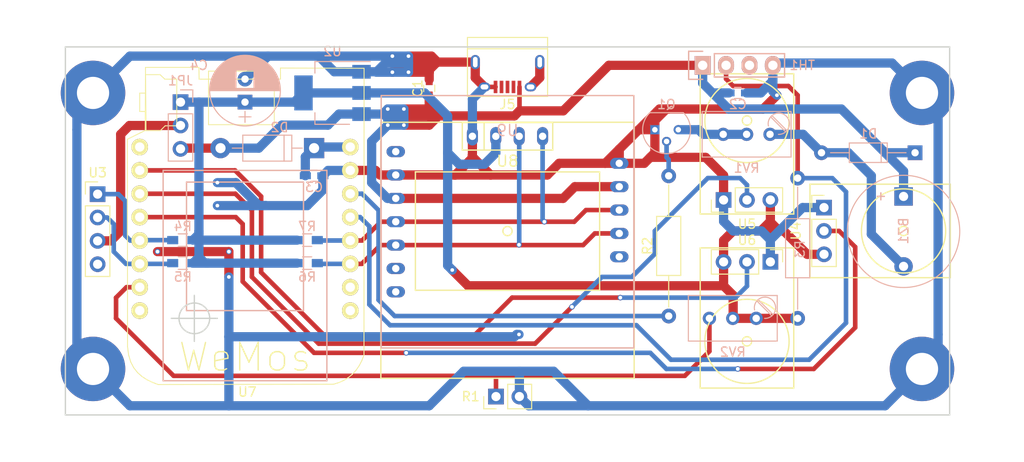
<source format=kicad_pcb>
(kicad_pcb (version 4) (host pcbnew 4.0.7)

  (general
    (links 76)
    (no_connects 2)
    (area 24.899999 24.899999 136.100001 75.100001)
    (thickness 1.6)
    (drawings 11)
    (tracks 368)
    (zones 0)
    (modules 32)
    (nets 31)
  )

  (page A4)
  (layers
    (0 F.Cu signal)
    (31 B.Cu signal)
    (34 B.Paste user)
    (35 F.Paste user)
    (36 B.SilkS user)
    (37 F.SilkS user)
    (38 B.Mask user)
    (39 F.Mask user)
    (40 Dwgs.User user)
    (44 Edge.Cuts user)
    (46 B.CrtYd user)
    (47 F.CrtYd user)
  )

  (setup
    (last_trace_width 0.5)
    (trace_clearance 0.1)
    (zone_clearance 0.5)
    (zone_45_only no)
    (trace_min 0.2)
    (segment_width 0.2)
    (edge_width 0.15)
    (via_size 0.6)
    (via_drill 0.4)
    (via_min_size 0.4)
    (via_min_drill 0.3)
    (uvia_size 0.3)
    (uvia_drill 0.1)
    (uvias_allowed no)
    (uvia_min_size 0.2)
    (uvia_min_drill 0.1)
    (pcb_text_width 0.3)
    (pcb_text_size 1.5 1.5)
    (mod_edge_width 0.15)
    (mod_text_size 1 1)
    (mod_text_width 0.15)
    (pad_size 3.5 3.5)
    (pad_drill 3.5)
    (pad_to_mask_clearance 0.2)
    (aux_axis_origin 30 30)
    (grid_origin 30 30)
    (visible_elements 7FFFFFFF)
    (pcbplotparams
      (layerselection 0x0d0fc_80000001)
      (usegerberextensions true)
      (excludeedgelayer true)
      (linewidth 0.100000)
      (plotframeref false)
      (viasonmask false)
      (mode 1)
      (useauxorigin true)
      (hpglpennumber 1)
      (hpglpenspeed 20)
      (hpglpendiameter 15)
      (hpglpenoverlay 2)
      (psnegative false)
      (psa4output false)
      (plotreference true)
      (plotvalue true)
      (plotinvisibletext false)
      (padsonsilk false)
      (subtractmaskfromsilk false)
      (outputformat 1)
      (mirror false)
      (drillshape 0)
      (scaleselection 1)
      (outputdirectory gerber/))
  )

  (net 0 "")
  (net 1 +5V)
  (net 2 "Net-(BZ1-Pad2)")
  (net 3 GNDPWR)
  (net 4 +3V3)
  (net 5 "Net-(JP1-Pad2)")
  (net 6 "Net-(Q1-Pad2)")
  (net 7 "Net-(Q1-Pad3)")
  (net 8 PHOTORES)
  (net 9 BUZZ)
  (net 10 DATA_DHT)
  (net 11 CLK)
  (net 12 DIO)
  (net 13 SCL)
  (net 14 SDA)
  (net 15 "Net-(TH1-Pad3)")
  (net 16 SW1)
  (net 17 SW2)
  (net 18 SW3)
  (net 19 "Net-(U7-Pad8)")
  (net 20 "Net-(U7-Pad7)")
  (net 21 "Net-(U7-Pad16)")
  (net 22 "Net-(U7-Pad9)")
  (net 23 "Net-(U9-Pad1)")
  (net 24 "Net-(U9-Pad6)")
  (net 25 "Net-(U9-Pad8)")
  (net 26 "Net-(U9-Pad7)")
  (net 27 "Net-(C3-Pad1)")
  (net 28 "Net-(J5-Pad2)")
  (net 29 "Net-(J5-Pad3)")
  (net 30 "Net-(J5-Pad4)")

  (net_class Default "Ceci est la Netclass par défaut"
    (clearance 0.1)
    (trace_width 0.5)
    (via_dia 0.6)
    (via_drill 0.4)
    (uvia_dia 0.3)
    (uvia_drill 0.1)
    (add_net BUZZ)
    (add_net CLK)
    (add_net DATA_DHT)
    (add_net DIO)
    (add_net "Net-(J5-Pad2)")
    (add_net "Net-(J5-Pad3)")
    (add_net "Net-(J5-Pad4)")
    (add_net "Net-(Q1-Pad2)")
    (add_net "Net-(TH1-Pad3)")
    (add_net "Net-(U7-Pad16)")
    (add_net "Net-(U7-Pad7)")
    (add_net "Net-(U7-Pad8)")
    (add_net "Net-(U7-Pad9)")
    (add_net "Net-(U9-Pad1)")
    (add_net "Net-(U9-Pad6)")
    (add_net "Net-(U9-Pad7)")
    (add_net "Net-(U9-Pad8)")
    (add_net PHOTORES)
    (add_net SCL)
    (add_net SDA)
    (add_net SW1)
    (add_net SW2)
    (add_net SW3)
  )

  (net_class puissance ""
    (clearance 0.2)
    (trace_width 1)
    (via_dia 0.6)
    (via_drill 0.4)
    (uvia_dia 0.3)
    (uvia_drill 0.1)
    (add_net +3V3)
    (add_net +5V)
    (add_net GNDPWR)
    (add_net "Net-(BZ1-Pad2)")
    (add_net "Net-(C3-Pad1)")
    (add_net "Net-(JP1-Pad2)")
    (add_net "Net-(Q1-Pad3)")
  )

  (module Buzzers_Beepers:Buzzer_12x9.5RM7.6 (layer B.Cu) (tedit 5B71C567) (tstamp 5B6C790E)
    (at 123 46.25 270)
    (descr "Generic Buzzer, D12mm height 9.5mm with RM7.6mm")
    (tags buzzer)
    (path /5B649F12)
    (fp_text reference BZ1 (at 3.75 0 270) (layer B.SilkS)
      (effects (font (size 1 1) (thickness 0.15)) (justify mirror))
    )
    (fp_text value Buzzer (at 3.8 -7.4 270) (layer B.Fab)
      (effects (font (size 1 1) (thickness 0.15)) (justify mirror))
    )
    (fp_text user + (at -0.01 2.54 270) (layer B.Fab)
      (effects (font (size 1 1) (thickness 0.15)) (justify mirror))
    )
    (fp_text user + (at -0.01 2.54 270) (layer B.SilkS)
      (effects (font (size 1 1) (thickness 0.15)) (justify mirror))
    )
    (fp_text user %R (at 3.8 4 270) (layer B.Fab)
      (effects (font (size 1 1) (thickness 0.15)) (justify mirror))
    )
    (fp_circle (center 3.8 0) (end 10.05 0) (layer B.CrtYd) (width 0.05))
    (fp_circle (center 3.8 0) (end 9.8 0) (layer B.Fab) (width 0.1))
    (fp_circle (center 3.8 0) (end 4.8 0) (layer B.Fab) (width 0.1))
    (fp_circle (center 3.8 0) (end 9.9 0) (layer B.SilkS) (width 0.12))
    (pad 1 thru_hole rect (at 0 0 270) (size 2 2) (drill 1) (layers *.Cu *.Mask)
      (net 1 +5V))
    (pad 2 thru_hole circle (at 7.6 0 270) (size 2 2) (drill 1) (layers *.Cu *.Mask)
      (net 2 "Net-(BZ1-Pad2)"))
    (model ${KISYS3DMOD}/Buzzers_Beepers.3dshapes/Buzzer_12x9.5RM7.6.wrl
      (at (xyz 0.15 0 0))
      (scale (xyz 4 4 4))
      (rotate (xyz 0 0 0))
    )
  )

  (module Capacitors_SMD:C_0603_HandSoldering (layer F.Cu) (tedit 58AA848B) (tstamp 5B6C7914)
    (at 71.5 34.5 90)
    (descr "Capacitor SMD 0603, hand soldering")
    (tags "capacitor 0603")
    (path /5B6B508F)
    (attr smd)
    (fp_text reference C1 (at 0 -1.25 90) (layer F.SilkS)
      (effects (font (size 1 1) (thickness 0.15)))
    )
    (fp_text value 10uF (at 0 1.5 90) (layer F.Fab)
      (effects (font (size 1 1) (thickness 0.15)))
    )
    (fp_text user %R (at 0 -1.25 90) (layer F.Fab)
      (effects (font (size 1 1) (thickness 0.15)))
    )
    (fp_line (start -0.8 0.4) (end -0.8 -0.4) (layer F.Fab) (width 0.1))
    (fp_line (start 0.8 0.4) (end -0.8 0.4) (layer F.Fab) (width 0.1))
    (fp_line (start 0.8 -0.4) (end 0.8 0.4) (layer F.Fab) (width 0.1))
    (fp_line (start -0.8 -0.4) (end 0.8 -0.4) (layer F.Fab) (width 0.1))
    (fp_line (start -0.35 -0.6) (end 0.35 -0.6) (layer F.SilkS) (width 0.12))
    (fp_line (start 0.35 0.6) (end -0.35 0.6) (layer F.SilkS) (width 0.12))
    (fp_line (start -1.8 -0.65) (end 1.8 -0.65) (layer F.CrtYd) (width 0.05))
    (fp_line (start -1.8 -0.65) (end -1.8 0.65) (layer F.CrtYd) (width 0.05))
    (fp_line (start 1.8 0.65) (end 1.8 -0.65) (layer F.CrtYd) (width 0.05))
    (fp_line (start 1.8 0.65) (end -1.8 0.65) (layer F.CrtYd) (width 0.05))
    (pad 1 smd rect (at -0.95 0 90) (size 1.2 0.75) (layers F.Cu F.Mask)
      (net 1 +5V))
    (pad 2 smd rect (at 0.95 0 90) (size 1.2 0.75) (layers F.Cu F.Mask)
      (net 3 GNDPWR))
    (model Capacitors_SMD.3dshapes/C_0603.wrl
      (at (xyz 0 0 0))
      (scale (xyz 1 1 1))
      (rotate (xyz 0 0 0))
    )
  )

  (module Capacitors_SMD:C_0603_HandSoldering (layer B.Cu) (tedit 58AA848B) (tstamp 5B6C791A)
    (at 105 35)
    (descr "Capacitor SMD 0603, hand soldering")
    (tags "capacitor 0603")
    (path /5B6B5509)
    (attr smd)
    (fp_text reference C2 (at 0 1.25) (layer B.SilkS)
      (effects (font (size 1 1) (thickness 0.15)) (justify mirror))
    )
    (fp_text value 10nF (at 0 -1.5) (layer B.Fab)
      (effects (font (size 1 1) (thickness 0.15)) (justify mirror))
    )
    (fp_text user %R (at 0 1.25) (layer B.Fab)
      (effects (font (size 1 1) (thickness 0.15)) (justify mirror))
    )
    (fp_line (start -0.8 -0.4) (end -0.8 0.4) (layer B.Fab) (width 0.1))
    (fp_line (start 0.8 -0.4) (end -0.8 -0.4) (layer B.Fab) (width 0.1))
    (fp_line (start 0.8 0.4) (end 0.8 -0.4) (layer B.Fab) (width 0.1))
    (fp_line (start -0.8 0.4) (end 0.8 0.4) (layer B.Fab) (width 0.1))
    (fp_line (start -0.35 0.6) (end 0.35 0.6) (layer B.SilkS) (width 0.12))
    (fp_line (start 0.35 -0.6) (end -0.35 -0.6) (layer B.SilkS) (width 0.12))
    (fp_line (start -1.8 0.65) (end 1.8 0.65) (layer B.CrtYd) (width 0.05))
    (fp_line (start -1.8 0.65) (end -1.8 -0.65) (layer B.CrtYd) (width 0.05))
    (fp_line (start 1.8 -0.65) (end 1.8 0.65) (layer B.CrtYd) (width 0.05))
    (fp_line (start 1.8 -0.65) (end -1.8 -0.65) (layer B.CrtYd) (width 0.05))
    (pad 1 smd rect (at -0.95 0) (size 1.2 0.75) (layers B.Cu B.Mask)
      (net 1 +5V))
    (pad 2 smd rect (at 0.95 0) (size 1.2 0.75) (layers B.Cu B.Mask)
      (net 3 GNDPWR))
    (model Capacitors_SMD.3dshapes/C_0603.wrl
      (at (xyz 0 0 0))
      (scale (xyz 1 1 1))
      (rotate (xyz 0 0 0))
    )
  )

  (module Capacitors_SMD:C_0603_HandSoldering (layer B.Cu) (tedit 58AA848B) (tstamp 5B6C7920)
    (at 59 44)
    (descr "Capacitor SMD 0603, hand soldering")
    (tags "capacitor 0603")
    (path /5B6B613A)
    (attr smd)
    (fp_text reference C3 (at 0 1.25) (layer B.SilkS)
      (effects (font (size 1 1) (thickness 0.15)) (justify mirror))
    )
    (fp_text value 10nF (at 0 -1.5) (layer B.Fab)
      (effects (font (size 1 1) (thickness 0.15)) (justify mirror))
    )
    (fp_text user %R (at 0 1.25) (layer B.Fab)
      (effects (font (size 1 1) (thickness 0.15)) (justify mirror))
    )
    (fp_line (start -0.8 -0.4) (end -0.8 0.4) (layer B.Fab) (width 0.1))
    (fp_line (start 0.8 -0.4) (end -0.8 -0.4) (layer B.Fab) (width 0.1))
    (fp_line (start 0.8 0.4) (end 0.8 -0.4) (layer B.Fab) (width 0.1))
    (fp_line (start -0.8 0.4) (end 0.8 0.4) (layer B.Fab) (width 0.1))
    (fp_line (start -0.35 0.6) (end 0.35 0.6) (layer B.SilkS) (width 0.12))
    (fp_line (start 0.35 -0.6) (end -0.35 -0.6) (layer B.SilkS) (width 0.12))
    (fp_line (start -1.8 0.65) (end 1.8 0.65) (layer B.CrtYd) (width 0.05))
    (fp_line (start -1.8 0.65) (end -1.8 -0.65) (layer B.CrtYd) (width 0.05))
    (fp_line (start 1.8 -0.65) (end 1.8 0.65) (layer B.CrtYd) (width 0.05))
    (fp_line (start 1.8 -0.65) (end -1.8 -0.65) (layer B.CrtYd) (width 0.05))
    (pad 1 smd rect (at -0.95 0) (size 1.2 0.75) (layers B.Cu B.Mask)
      (net 27 "Net-(C3-Pad1)"))
    (pad 2 smd rect (at 0.95 0) (size 1.2 0.75) (layers B.Cu B.Mask)
      (net 3 GNDPWR))
    (model Capacitors_SMD.3dshapes/C_0603.wrl
      (at (xyz 0 0 0))
      (scale (xyz 1 1 1))
      (rotate (xyz 0 0 0))
    )
  )

  (module Capacitors_THT:CP_Radial_D7.5mm_P2.50mm (layer B.Cu) (tedit 5B71C714) (tstamp 5B6C7926)
    (at 51.5 36 90)
    (descr "CP, Radial series, Radial, pin pitch=2.50mm, , diameter=7.5mm, Electrolytic Capacitor")
    (tags "CP Radial series Radial pin pitch 2.50mm  diameter 7.5mm Electrolytic Capacitor")
    (path /5B6B7963)
    (fp_text reference C4 (at 4 -5 180) (layer B.SilkS)
      (effects (font (size 1 1) (thickness 0.15)) (justify mirror))
    )
    (fp_text value 100uF (at 1.25 -5.06 90) (layer B.Fab)
      (effects (font (size 1 1) (thickness 0.15)) (justify mirror))
    )
    (fp_circle (center 1.25 0) (end 5 0) (layer B.Fab) (width 0.1))
    (fp_circle (center 1.25 0) (end 5.09 0) (layer B.SilkS) (width 0.12))
    (fp_line (start -2.2 0) (end -1 0) (layer B.Fab) (width 0.1))
    (fp_line (start -1.6 0.65) (end -1.6 -0.65) (layer B.Fab) (width 0.1))
    (fp_line (start 1.25 3.8) (end 1.25 -3.8) (layer B.SilkS) (width 0.12))
    (fp_line (start 1.29 3.8) (end 1.29 -3.8) (layer B.SilkS) (width 0.12))
    (fp_line (start 1.33 3.8) (end 1.33 -3.8) (layer B.SilkS) (width 0.12))
    (fp_line (start 1.37 3.799) (end 1.37 -3.799) (layer B.SilkS) (width 0.12))
    (fp_line (start 1.41 3.797) (end 1.41 -3.797) (layer B.SilkS) (width 0.12))
    (fp_line (start 1.45 3.795) (end 1.45 -3.795) (layer B.SilkS) (width 0.12))
    (fp_line (start 1.49 3.793) (end 1.49 -3.793) (layer B.SilkS) (width 0.12))
    (fp_line (start 1.53 3.79) (end 1.53 0.98) (layer B.SilkS) (width 0.12))
    (fp_line (start 1.53 -0.98) (end 1.53 -3.79) (layer B.SilkS) (width 0.12))
    (fp_line (start 1.57 3.787) (end 1.57 0.98) (layer B.SilkS) (width 0.12))
    (fp_line (start 1.57 -0.98) (end 1.57 -3.787) (layer B.SilkS) (width 0.12))
    (fp_line (start 1.61 3.784) (end 1.61 0.98) (layer B.SilkS) (width 0.12))
    (fp_line (start 1.61 -0.98) (end 1.61 -3.784) (layer B.SilkS) (width 0.12))
    (fp_line (start 1.65 3.78) (end 1.65 0.98) (layer B.SilkS) (width 0.12))
    (fp_line (start 1.65 -0.98) (end 1.65 -3.78) (layer B.SilkS) (width 0.12))
    (fp_line (start 1.69 3.775) (end 1.69 0.98) (layer B.SilkS) (width 0.12))
    (fp_line (start 1.69 -0.98) (end 1.69 -3.775) (layer B.SilkS) (width 0.12))
    (fp_line (start 1.73 3.77) (end 1.73 0.98) (layer B.SilkS) (width 0.12))
    (fp_line (start 1.73 -0.98) (end 1.73 -3.77) (layer B.SilkS) (width 0.12))
    (fp_line (start 1.77 3.765) (end 1.77 0.98) (layer B.SilkS) (width 0.12))
    (fp_line (start 1.77 -0.98) (end 1.77 -3.765) (layer B.SilkS) (width 0.12))
    (fp_line (start 1.81 3.759) (end 1.81 0.98) (layer B.SilkS) (width 0.12))
    (fp_line (start 1.81 -0.98) (end 1.81 -3.759) (layer B.SilkS) (width 0.12))
    (fp_line (start 1.85 3.753) (end 1.85 0.98) (layer B.SilkS) (width 0.12))
    (fp_line (start 1.85 -0.98) (end 1.85 -3.753) (layer B.SilkS) (width 0.12))
    (fp_line (start 1.89 3.747) (end 1.89 0.98) (layer B.SilkS) (width 0.12))
    (fp_line (start 1.89 -0.98) (end 1.89 -3.747) (layer B.SilkS) (width 0.12))
    (fp_line (start 1.93 3.74) (end 1.93 0.98) (layer B.SilkS) (width 0.12))
    (fp_line (start 1.93 -0.98) (end 1.93 -3.74) (layer B.SilkS) (width 0.12))
    (fp_line (start 1.971 3.732) (end 1.971 0.98) (layer B.SilkS) (width 0.12))
    (fp_line (start 1.971 -0.98) (end 1.971 -3.732) (layer B.SilkS) (width 0.12))
    (fp_line (start 2.011 3.725) (end 2.011 0.98) (layer B.SilkS) (width 0.12))
    (fp_line (start 2.011 -0.98) (end 2.011 -3.725) (layer B.SilkS) (width 0.12))
    (fp_line (start 2.051 3.716) (end 2.051 0.98) (layer B.SilkS) (width 0.12))
    (fp_line (start 2.051 -0.98) (end 2.051 -3.716) (layer B.SilkS) (width 0.12))
    (fp_line (start 2.091 3.707) (end 2.091 0.98) (layer B.SilkS) (width 0.12))
    (fp_line (start 2.091 -0.98) (end 2.091 -3.707) (layer B.SilkS) (width 0.12))
    (fp_line (start 2.131 3.698) (end 2.131 0.98) (layer B.SilkS) (width 0.12))
    (fp_line (start 2.131 -0.98) (end 2.131 -3.698) (layer B.SilkS) (width 0.12))
    (fp_line (start 2.171 3.689) (end 2.171 0.98) (layer B.SilkS) (width 0.12))
    (fp_line (start 2.171 -0.98) (end 2.171 -3.689) (layer B.SilkS) (width 0.12))
    (fp_line (start 2.211 3.679) (end 2.211 0.98) (layer B.SilkS) (width 0.12))
    (fp_line (start 2.211 -0.98) (end 2.211 -3.679) (layer B.SilkS) (width 0.12))
    (fp_line (start 2.251 3.668) (end 2.251 0.98) (layer B.SilkS) (width 0.12))
    (fp_line (start 2.251 -0.98) (end 2.251 -3.668) (layer B.SilkS) (width 0.12))
    (fp_line (start 2.291 3.657) (end 2.291 0.98) (layer B.SilkS) (width 0.12))
    (fp_line (start 2.291 -0.98) (end 2.291 -3.657) (layer B.SilkS) (width 0.12))
    (fp_line (start 2.331 3.645) (end 2.331 0.98) (layer B.SilkS) (width 0.12))
    (fp_line (start 2.331 -0.98) (end 2.331 -3.645) (layer B.SilkS) (width 0.12))
    (fp_line (start 2.371 3.634) (end 2.371 0.98) (layer B.SilkS) (width 0.12))
    (fp_line (start 2.371 -0.98) (end 2.371 -3.634) (layer B.SilkS) (width 0.12))
    (fp_line (start 2.411 3.621) (end 2.411 0.98) (layer B.SilkS) (width 0.12))
    (fp_line (start 2.411 -0.98) (end 2.411 -3.621) (layer B.SilkS) (width 0.12))
    (fp_line (start 2.451 3.608) (end 2.451 0.98) (layer B.SilkS) (width 0.12))
    (fp_line (start 2.451 -0.98) (end 2.451 -3.608) (layer B.SilkS) (width 0.12))
    (fp_line (start 2.491 3.595) (end 2.491 0.98) (layer B.SilkS) (width 0.12))
    (fp_line (start 2.491 -0.98) (end 2.491 -3.595) (layer B.SilkS) (width 0.12))
    (fp_line (start 2.531 3.581) (end 2.531 0.98) (layer B.SilkS) (width 0.12))
    (fp_line (start 2.531 -0.98) (end 2.531 -3.581) (layer B.SilkS) (width 0.12))
    (fp_line (start 2.571 3.566) (end 2.571 0.98) (layer B.SilkS) (width 0.12))
    (fp_line (start 2.571 -0.98) (end 2.571 -3.566) (layer B.SilkS) (width 0.12))
    (fp_line (start 2.611 3.552) (end 2.611 0.98) (layer B.SilkS) (width 0.12))
    (fp_line (start 2.611 -0.98) (end 2.611 -3.552) (layer B.SilkS) (width 0.12))
    (fp_line (start 2.651 3.536) (end 2.651 0.98) (layer B.SilkS) (width 0.12))
    (fp_line (start 2.651 -0.98) (end 2.651 -3.536) (layer B.SilkS) (width 0.12))
    (fp_line (start 2.691 3.52) (end 2.691 0.98) (layer B.SilkS) (width 0.12))
    (fp_line (start 2.691 -0.98) (end 2.691 -3.52) (layer B.SilkS) (width 0.12))
    (fp_line (start 2.731 3.504) (end 2.731 0.98) (layer B.SilkS) (width 0.12))
    (fp_line (start 2.731 -0.98) (end 2.731 -3.504) (layer B.SilkS) (width 0.12))
    (fp_line (start 2.771 3.487) (end 2.771 0.98) (layer B.SilkS) (width 0.12))
    (fp_line (start 2.771 -0.98) (end 2.771 -3.487) (layer B.SilkS) (width 0.12))
    (fp_line (start 2.811 3.469) (end 2.811 0.98) (layer B.SilkS) (width 0.12))
    (fp_line (start 2.811 -0.98) (end 2.811 -3.469) (layer B.SilkS) (width 0.12))
    (fp_line (start 2.851 3.451) (end 2.851 0.98) (layer B.SilkS) (width 0.12))
    (fp_line (start 2.851 -0.98) (end 2.851 -3.451) (layer B.SilkS) (width 0.12))
    (fp_line (start 2.891 3.433) (end 2.891 0.98) (layer B.SilkS) (width 0.12))
    (fp_line (start 2.891 -0.98) (end 2.891 -3.433) (layer B.SilkS) (width 0.12))
    (fp_line (start 2.931 3.413) (end 2.931 0.98) (layer B.SilkS) (width 0.12))
    (fp_line (start 2.931 -0.98) (end 2.931 -3.413) (layer B.SilkS) (width 0.12))
    (fp_line (start 2.971 3.394) (end 2.971 0.98) (layer B.SilkS) (width 0.12))
    (fp_line (start 2.971 -0.98) (end 2.971 -3.394) (layer B.SilkS) (width 0.12))
    (fp_line (start 3.011 3.373) (end 3.011 0.98) (layer B.SilkS) (width 0.12))
    (fp_line (start 3.011 -0.98) (end 3.011 -3.373) (layer B.SilkS) (width 0.12))
    (fp_line (start 3.051 3.352) (end 3.051 0.98) (layer B.SilkS) (width 0.12))
    (fp_line (start 3.051 -0.98) (end 3.051 -3.352) (layer B.SilkS) (width 0.12))
    (fp_line (start 3.091 3.331) (end 3.091 0.98) (layer B.SilkS) (width 0.12))
    (fp_line (start 3.091 -0.98) (end 3.091 -3.331) (layer B.SilkS) (width 0.12))
    (fp_line (start 3.131 3.309) (end 3.131 0.98) (layer B.SilkS) (width 0.12))
    (fp_line (start 3.131 -0.98) (end 3.131 -3.309) (layer B.SilkS) (width 0.12))
    (fp_line (start 3.171 3.286) (end 3.171 0.98) (layer B.SilkS) (width 0.12))
    (fp_line (start 3.171 -0.98) (end 3.171 -3.286) (layer B.SilkS) (width 0.12))
    (fp_line (start 3.211 3.263) (end 3.211 0.98) (layer B.SilkS) (width 0.12))
    (fp_line (start 3.211 -0.98) (end 3.211 -3.263) (layer B.SilkS) (width 0.12))
    (fp_line (start 3.251 3.239) (end 3.251 0.98) (layer B.SilkS) (width 0.12))
    (fp_line (start 3.251 -0.98) (end 3.251 -3.239) (layer B.SilkS) (width 0.12))
    (fp_line (start 3.291 3.214) (end 3.291 0.98) (layer B.SilkS) (width 0.12))
    (fp_line (start 3.291 -0.98) (end 3.291 -3.214) (layer B.SilkS) (width 0.12))
    (fp_line (start 3.331 3.188) (end 3.331 0.98) (layer B.SilkS) (width 0.12))
    (fp_line (start 3.331 -0.98) (end 3.331 -3.188) (layer B.SilkS) (width 0.12))
    (fp_line (start 3.371 3.162) (end 3.371 0.98) (layer B.SilkS) (width 0.12))
    (fp_line (start 3.371 -0.98) (end 3.371 -3.162) (layer B.SilkS) (width 0.12))
    (fp_line (start 3.411 3.135) (end 3.411 0.98) (layer B.SilkS) (width 0.12))
    (fp_line (start 3.411 -0.98) (end 3.411 -3.135) (layer B.SilkS) (width 0.12))
    (fp_line (start 3.451 3.108) (end 3.451 0.98) (layer B.SilkS) (width 0.12))
    (fp_line (start 3.451 -0.98) (end 3.451 -3.108) (layer B.SilkS) (width 0.12))
    (fp_line (start 3.491 3.079) (end 3.491 -3.079) (layer B.SilkS) (width 0.12))
    (fp_line (start 3.531 3.05) (end 3.531 -3.05) (layer B.SilkS) (width 0.12))
    (fp_line (start 3.571 3.02) (end 3.571 -3.02) (layer B.SilkS) (width 0.12))
    (fp_line (start 3.611 2.99) (end 3.611 -2.99) (layer B.SilkS) (width 0.12))
    (fp_line (start 3.651 2.958) (end 3.651 -2.958) (layer B.SilkS) (width 0.12))
    (fp_line (start 3.691 2.926) (end 3.691 -2.926) (layer B.SilkS) (width 0.12))
    (fp_line (start 3.731 2.892) (end 3.731 -2.892) (layer B.SilkS) (width 0.12))
    (fp_line (start 3.771 2.858) (end 3.771 -2.858) (layer B.SilkS) (width 0.12))
    (fp_line (start 3.811 2.823) (end 3.811 -2.823) (layer B.SilkS) (width 0.12))
    (fp_line (start 3.851 2.786) (end 3.851 -2.786) (layer B.SilkS) (width 0.12))
    (fp_line (start 3.891 2.749) (end 3.891 -2.749) (layer B.SilkS) (width 0.12))
    (fp_line (start 3.931 2.711) (end 3.931 -2.711) (layer B.SilkS) (width 0.12))
    (fp_line (start 3.971 2.671) (end 3.971 -2.671) (layer B.SilkS) (width 0.12))
    (fp_line (start 4.011 2.63) (end 4.011 -2.63) (layer B.SilkS) (width 0.12))
    (fp_line (start 4.051 2.588) (end 4.051 -2.588) (layer B.SilkS) (width 0.12))
    (fp_line (start 4.091 2.545) (end 4.091 -2.545) (layer B.SilkS) (width 0.12))
    (fp_line (start 4.131 2.5) (end 4.131 -2.5) (layer B.SilkS) (width 0.12))
    (fp_line (start 4.171 2.454) (end 4.171 -2.454) (layer B.SilkS) (width 0.12))
    (fp_line (start 4.211 2.407) (end 4.211 -2.407) (layer B.SilkS) (width 0.12))
    (fp_line (start 4.251 2.357) (end 4.251 -2.357) (layer B.SilkS) (width 0.12))
    (fp_line (start 4.291 2.307) (end 4.291 -2.307) (layer B.SilkS) (width 0.12))
    (fp_line (start 4.331 2.254) (end 4.331 -2.254) (layer B.SilkS) (width 0.12))
    (fp_line (start 4.371 2.199) (end 4.371 -2.199) (layer B.SilkS) (width 0.12))
    (fp_line (start 4.411 2.142) (end 4.411 -2.142) (layer B.SilkS) (width 0.12))
    (fp_line (start 4.451 2.083) (end 4.451 -2.083) (layer B.SilkS) (width 0.12))
    (fp_line (start 4.491 2.022) (end 4.491 -2.022) (layer B.SilkS) (width 0.12))
    (fp_line (start 4.531 1.957) (end 4.531 -1.957) (layer B.SilkS) (width 0.12))
    (fp_line (start 4.571 1.89) (end 4.571 -1.89) (layer B.SilkS) (width 0.12))
    (fp_line (start 4.611 1.82) (end 4.611 -1.82) (layer B.SilkS) (width 0.12))
    (fp_line (start 4.651 1.745) (end 4.651 -1.745) (layer B.SilkS) (width 0.12))
    (fp_line (start 4.691 1.667) (end 4.691 -1.667) (layer B.SilkS) (width 0.12))
    (fp_line (start 4.731 1.584) (end 4.731 -1.584) (layer B.SilkS) (width 0.12))
    (fp_line (start 4.771 1.495) (end 4.771 -1.495) (layer B.SilkS) (width 0.12))
    (fp_line (start 4.811 1.4) (end 4.811 -1.4) (layer B.SilkS) (width 0.12))
    (fp_line (start 4.851 1.297) (end 4.851 -1.297) (layer B.SilkS) (width 0.12))
    (fp_line (start 4.891 1.184) (end 4.891 -1.184) (layer B.SilkS) (width 0.12))
    (fp_line (start 4.931 1.057) (end 4.931 -1.057) (layer B.SilkS) (width 0.12))
    (fp_line (start 4.971 0.913) (end 4.971 -0.913) (layer B.SilkS) (width 0.12))
    (fp_line (start 5.011 0.74) (end 5.011 -0.74) (layer B.SilkS) (width 0.12))
    (fp_line (start 5.051 0.513) (end 5.051 -0.513) (layer B.SilkS) (width 0.12))
    (fp_line (start -2.2 0) (end -1 0) (layer B.SilkS) (width 0.12))
    (fp_line (start -1.6 0.65) (end -1.6 -0.65) (layer B.SilkS) (width 0.12))
    (fp_line (start -2.85 4.1) (end -2.85 -4.1) (layer B.CrtYd) (width 0.05))
    (fp_line (start -2.85 -4.1) (end 5.35 -4.1) (layer B.CrtYd) (width 0.05))
    (fp_line (start 5.35 -4.1) (end 5.35 4.1) (layer B.CrtYd) (width 0.05))
    (fp_line (start 5.35 4.1) (end -2.85 4.1) (layer B.CrtYd) (width 0.05))
    (fp_text user %R (at 1.25 0 90) (layer B.Fab)
      (effects (font (size 1 1) (thickness 0.15)) (justify mirror))
    )
    (pad 1 thru_hole rect (at 0 0 90) (size 1.6 1.6) (drill 0.8) (layers *.Cu *.Mask)
      (net 4 +3V3))
    (pad 2 thru_hole circle (at 2.5 0 90) (size 1.6 1.6) (drill 0.8) (layers *.Cu *.Mask)
      (net 3 GNDPWR))
    (model ${KISYS3DMOD}/Capacitors_THT.3dshapes/CP_Radial_D7.5mm_P2.50mm.wrl
      (at (xyz 0 0 0))
      (scale (xyz 1 1 1))
      (rotate (xyz 0 0 0))
    )
  )

  (module Diodes_THT:D_DO-35_SOD27_P10.16mm_Horizontal (layer B.Cu) (tedit 5921392E) (tstamp 5B6C792C)
    (at 124.25 41.5 180)
    (descr "D, DO-35_SOD27 series, Axial, Horizontal, pin pitch=10.16mm, , length*diameter=4*2mm^2, , http://www.diodes.com/_files/packages/DO-35.pdf")
    (tags "D DO-35_SOD27 series Axial Horizontal pin pitch 10.16mm  length 4mm diameter 2mm")
    (path /5B664369)
    (fp_text reference D1 (at 5.08 2.06 180) (layer B.SilkS)
      (effects (font (size 1 1) (thickness 0.15)) (justify mirror))
    )
    (fp_text value 1N4148 (at 5.08 -2.06 180) (layer B.Fab)
      (effects (font (size 1 1) (thickness 0.15)) (justify mirror))
    )
    (fp_text user %R (at 5.08 0 180) (layer B.Fab)
      (effects (font (size 1 1) (thickness 0.15)) (justify mirror))
    )
    (fp_line (start 3.08 1) (end 3.08 -1) (layer B.Fab) (width 0.1))
    (fp_line (start 3.08 -1) (end 7.08 -1) (layer B.Fab) (width 0.1))
    (fp_line (start 7.08 -1) (end 7.08 1) (layer B.Fab) (width 0.1))
    (fp_line (start 7.08 1) (end 3.08 1) (layer B.Fab) (width 0.1))
    (fp_line (start 0 0) (end 3.08 0) (layer B.Fab) (width 0.1))
    (fp_line (start 10.16 0) (end 7.08 0) (layer B.Fab) (width 0.1))
    (fp_line (start 3.68 1) (end 3.68 -1) (layer B.Fab) (width 0.1))
    (fp_line (start 3.02 1.06) (end 3.02 -1.06) (layer B.SilkS) (width 0.12))
    (fp_line (start 3.02 -1.06) (end 7.14 -1.06) (layer B.SilkS) (width 0.12))
    (fp_line (start 7.14 -1.06) (end 7.14 1.06) (layer B.SilkS) (width 0.12))
    (fp_line (start 7.14 1.06) (end 3.02 1.06) (layer B.SilkS) (width 0.12))
    (fp_line (start 0.98 0) (end 3.02 0) (layer B.SilkS) (width 0.12))
    (fp_line (start 9.18 0) (end 7.14 0) (layer B.SilkS) (width 0.12))
    (fp_line (start 3.68 1.06) (end 3.68 -1.06) (layer B.SilkS) (width 0.12))
    (fp_line (start -1.05 1.35) (end -1.05 -1.35) (layer B.CrtYd) (width 0.05))
    (fp_line (start -1.05 -1.35) (end 11.25 -1.35) (layer B.CrtYd) (width 0.05))
    (fp_line (start 11.25 -1.35) (end 11.25 1.35) (layer B.CrtYd) (width 0.05))
    (fp_line (start 11.25 1.35) (end -1.05 1.35) (layer B.CrtYd) (width 0.05))
    (pad 1 thru_hole rect (at 0 0 180) (size 1.6 1.6) (drill 0.8) (layers *.Cu *.Mask)
      (net 1 +5V))
    (pad 2 thru_hole oval (at 10.16 0 180) (size 1.6 1.6) (drill 0.8) (layers *.Cu *.Mask)
      (net 2 "Net-(BZ1-Pad2)"))
    (model ${KISYS3DMOD}/Diodes_THT.3dshapes/D_DO-35_SOD27_P10.16mm_Horizontal.wrl
      (at (xyz 0 0 0))
      (scale (xyz 0.393701 0.393701 0.393701))
      (rotate (xyz 0 0 0))
    )
  )

  (module Mounting_Holes:MountingHole_3.5mm_Pad (layer F.Cu) (tedit 5B6C7D0A) (tstamp 5B6C7931)
    (at 35 35)
    (descr "Mounting Hole 3.5mm")
    (tags "mounting hole 3.5mm")
    (path /5B68C9FF)
    (attr virtual)
    (fp_text reference J1 (at 0 -4.5) (layer F.SilkS) hide
      (effects (font (size 1 1) (thickness 0.15)))
    )
    (fp_text value Conn_01x01 (at 0 4.5) (layer F.Fab)
      (effects (font (size 1 1) (thickness 0.15)))
    )
    (fp_text user %R (at 0.3 0) (layer F.Fab)
      (effects (font (size 1 1) (thickness 0.15)))
    )
    (fp_circle (center 0 0) (end 3.5 0) (layer Cmts.User) (width 0.15))
    (fp_circle (center 0 0) (end 3.75 0) (layer F.CrtYd) (width 0.05))
    (pad 1 thru_hole circle (at 0 0) (size 7 7) (drill 3.5) (layers *.Cu *.Mask)
      (net 3 GNDPWR))
  )

  (module Mounting_Holes:MountingHole_3.5mm_Pad (layer F.Cu) (tedit 5B6C7D10) (tstamp 5B6C7936)
    (at 35 65)
    (descr "Mounting Hole 3.5mm")
    (tags "mounting hole 3.5mm")
    (path /5B68CA5E)
    (attr virtual)
    (fp_text reference J2 (at 0 -4.5) (layer F.SilkS) hide
      (effects (font (size 1 1) (thickness 0.15)))
    )
    (fp_text value Conn_01x01 (at 0 4.5) (layer F.Fab)
      (effects (font (size 1 1) (thickness 0.15)))
    )
    (fp_text user %R (at 0.3 0) (layer F.Fab)
      (effects (font (size 1 1) (thickness 0.15)))
    )
    (fp_circle (center 0 0) (end 3.5 0) (layer Cmts.User) (width 0.15))
    (fp_circle (center 0 0) (end 3.75 0) (layer F.CrtYd) (width 0.05))
    (pad 1 thru_hole circle (at 0 0) (size 7 7) (drill 3.5) (layers *.Cu *.Mask)
      (net 3 GNDPWR))
  )

  (module Mounting_Holes:MountingHole_3.5mm_Pad (layer F.Cu) (tedit 5B6C7D12) (tstamp 5B6C793B)
    (at 125 35)
    (descr "Mounting Hole 3.5mm")
    (tags "mounting hole 3.5mm")
    (path /5B68CAA3)
    (attr virtual)
    (fp_text reference J3 (at 0 -4.5) (layer F.SilkS) hide
      (effects (font (size 1 1) (thickness 0.15)))
    )
    (fp_text value Conn_01x01 (at 0 4.5) (layer F.Fab)
      (effects (font (size 1 1) (thickness 0.15)))
    )
    (fp_text user %R (at 0.3 0) (layer F.Fab)
      (effects (font (size 1 1) (thickness 0.15)))
    )
    (fp_circle (center 0 0) (end 3.5 0) (layer Cmts.User) (width 0.15))
    (fp_circle (center 0 0) (end 3.75 0) (layer F.CrtYd) (width 0.05))
    (pad 1 thru_hole circle (at 0 0) (size 7 7) (drill 3.5) (layers *.Cu *.Mask)
      (net 3 GNDPWR))
  )

  (module Mounting_Holes:MountingHole_3.5mm_Pad (layer F.Cu) (tedit 5B6C7D16) (tstamp 5B6C7940)
    (at 125 65)
    (descr "Mounting Hole 3.5mm")
    (tags "mounting hole 3.5mm")
    (path /5B68CB3F)
    (attr virtual)
    (fp_text reference J4 (at 0 -4.5) (layer F.SilkS) hide
      (effects (font (size 1 1) (thickness 0.15)))
    )
    (fp_text value Conn_01x01 (at 0 4.5) (layer F.Fab)
      (effects (font (size 1 1) (thickness 0.15)))
    )
    (fp_text user %R (at 0.3 0) (layer F.Fab)
      (effects (font (size 1 1) (thickness 0.15)))
    )
    (fp_circle (center 0 0) (end 3.5 0) (layer Cmts.User) (width 0.15))
    (fp_circle (center 0 0) (end 3.75 0) (layer F.CrtYd) (width 0.05))
    (pad 1 thru_hole circle (at 0 0) (size 7 7) (drill 3.5) (layers *.Cu *.Mask)
      (net 3 GNDPWR))
  )

  (module Connectors:USB_Micro-B (layer F.Cu) (tedit 5543E447) (tstamp 5B6C794D)
    (at 80 33 180)
    (descr "Micro USB Type B Receptacle")
    (tags "USB USB_B USB_micro USB_OTG")
    (path /5B6B301B)
    (attr smd)
    (fp_text reference J5 (at 0 -3.24 180) (layer F.SilkS)
      (effects (font (size 1 1) (thickness 0.15)))
    )
    (fp_text value USB_OTG (at 0 5.01 180) (layer F.Fab)
      (effects (font (size 1 1) (thickness 0.15)))
    )
    (fp_line (start -4.6 -2.59) (end 4.6 -2.59) (layer F.CrtYd) (width 0.05))
    (fp_line (start 4.6 -2.59) (end 4.6 4.26) (layer F.CrtYd) (width 0.05))
    (fp_line (start 4.6 4.26) (end -4.6 4.26) (layer F.CrtYd) (width 0.05))
    (fp_line (start -4.6 4.26) (end -4.6 -2.59) (layer F.CrtYd) (width 0.05))
    (fp_line (start -4.35 4.03) (end 4.35 4.03) (layer F.SilkS) (width 0.12))
    (fp_line (start -4.35 -2.38) (end 4.35 -2.38) (layer F.SilkS) (width 0.12))
    (fp_line (start 4.35 -2.38) (end 4.35 4.03) (layer F.SilkS) (width 0.12))
    (fp_line (start 4.35 2.8) (end -4.35 2.8) (layer F.SilkS) (width 0.12))
    (fp_line (start -4.35 4.03) (end -4.35 -2.38) (layer F.SilkS) (width 0.12))
    (pad 1 smd rect (at -1.3 -1.35 270) (size 1.35 0.4) (layers F.Cu F.Mask)
      (net 1 +5V))
    (pad 2 smd rect (at -0.65 -1.35 270) (size 1.35 0.4) (layers F.Cu F.Mask)
      (net 28 "Net-(J5-Pad2)"))
    (pad 3 smd rect (at 0 -1.35 270) (size 1.35 0.4) (layers F.Cu F.Mask)
      (net 29 "Net-(J5-Pad3)"))
    (pad 4 smd rect (at 0.65 -1.35 270) (size 1.35 0.4) (layers F.Cu F.Mask)
      (net 30 "Net-(J5-Pad4)"))
    (pad 5 smd rect (at 1.3 -1.35 270) (size 1.35 0.4) (layers F.Cu F.Mask)
      (net 3 GNDPWR))
    (pad 6 thru_hole oval (at -2.5 -1.35 270) (size 0.95 1.25) (drill oval 0.55 0.85) (layers *.Cu *.Mask)
      (net 3 GNDPWR))
    (pad 6 thru_hole oval (at 2.5 -1.35 270) (size 0.95 1.25) (drill oval 0.55 0.85) (layers *.Cu *.Mask)
      (net 3 GNDPWR))
    (pad 6 thru_hole oval (at -3.5 1.35 270) (size 1.55 1) (drill oval 1.15 0.5) (layers *.Cu *.Mask)
      (net 3 GNDPWR))
    (pad 6 thru_hole oval (at 3.5 1.35 270) (size 1.55 1) (drill oval 1.15 0.5) (layers *.Cu *.Mask)
      (net 3 GNDPWR))
  )

  (module Pin_Headers:Pin_Header_Straight_1x03_Pitch2.54mm (layer B.Cu) (tedit 59650532) (tstamp 5B6C7954)
    (at 44.5 36 180)
    (descr "Through hole straight pin header, 1x03, 2.54mm pitch, single row")
    (tags "Through hole pin header THT 1x03 2.54mm single row")
    (path /5B65AC6E)
    (fp_text reference JP1 (at 0 2.33 180) (layer B.SilkS)
      (effects (font (size 1 1) (thickness 0.15)) (justify mirror))
    )
    (fp_text value Jumper (at 0 -7.41 180) (layer B.Fab)
      (effects (font (size 1 1) (thickness 0.15)) (justify mirror))
    )
    (fp_line (start -0.635 1.27) (end 1.27 1.27) (layer B.Fab) (width 0.1))
    (fp_line (start 1.27 1.27) (end 1.27 -6.35) (layer B.Fab) (width 0.1))
    (fp_line (start 1.27 -6.35) (end -1.27 -6.35) (layer B.Fab) (width 0.1))
    (fp_line (start -1.27 -6.35) (end -1.27 0.635) (layer B.Fab) (width 0.1))
    (fp_line (start -1.27 0.635) (end -0.635 1.27) (layer B.Fab) (width 0.1))
    (fp_line (start -1.33 -6.41) (end 1.33 -6.41) (layer B.SilkS) (width 0.12))
    (fp_line (start -1.33 -1.27) (end -1.33 -6.41) (layer B.SilkS) (width 0.12))
    (fp_line (start 1.33 -1.27) (end 1.33 -6.41) (layer B.SilkS) (width 0.12))
    (fp_line (start -1.33 -1.27) (end 1.33 -1.27) (layer B.SilkS) (width 0.12))
    (fp_line (start -1.33 0) (end -1.33 1.33) (layer B.SilkS) (width 0.12))
    (fp_line (start -1.33 1.33) (end 0 1.33) (layer B.SilkS) (width 0.12))
    (fp_line (start -1.8 1.8) (end -1.8 -6.85) (layer B.CrtYd) (width 0.05))
    (fp_line (start -1.8 -6.85) (end 1.8 -6.85) (layer B.CrtYd) (width 0.05))
    (fp_line (start 1.8 -6.85) (end 1.8 1.8) (layer B.CrtYd) (width 0.05))
    (fp_line (start 1.8 1.8) (end -1.8 1.8) (layer B.CrtYd) (width 0.05))
    (fp_text user %R (at 0 -2.54 450) (layer B.Fab)
      (effects (font (size 1 1) (thickness 0.15)) (justify mirror))
    )
    (pad 1 thru_hole rect (at 0 0 180) (size 1.7 1.7) (drill 1) (layers *.Cu *.Mask)
      (net 4 +3V3))
    (pad 2 thru_hole oval (at 0 -2.54 180) (size 1.7 1.7) (drill 1) (layers *.Cu *.Mask)
      (net 5 "Net-(JP1-Pad2)"))
    (pad 3 thru_hole oval (at 0 -5.08 180) (size 1.7 1.7) (drill 1) (layers *.Cu *.Mask)
      (net 1 +5V))
    (model ${KISYS3DMOD}/Pin_Headers.3dshapes/Pin_Header_Straight_1x03_Pitch2.54mm.wrl
      (at (xyz 0 0 0))
      (scale (xyz 1 1 1))
      (rotate (xyz 0 0 0))
    )
  )

  (module TO_SOT_Packages_THT:TO-92_Molded_Narrow (layer B.Cu) (tedit 5B71C6F7) (tstamp 5B6C795B)
    (at 96 39)
    (descr "TO-92 leads molded, narrow, drill 0.6mm (see NXP sot054_po.pdf)")
    (tags "to-92 sc-43 sc-43a sot54 PA33 transistor")
    (path /5B660E47)
    (fp_text reference Q1 (at 1.25 -2.75) (layer B.SilkS)
      (effects (font (size 1 1) (thickness 0.15)) (justify mirror))
    )
    (fp_text value PN2222A (at 1.27 -2.79) (layer B.Fab)
      (effects (font (size 1 1) (thickness 0.15)) (justify mirror))
    )
    (fp_text user %R (at 1.27 3.56) (layer B.Fab)
      (effects (font (size 1 1) (thickness 0.15)) (justify mirror))
    )
    (fp_line (start -0.53 -1.85) (end 3.07 -1.85) (layer B.SilkS) (width 0.12))
    (fp_line (start -0.5 -1.75) (end 3 -1.75) (layer B.Fab) (width 0.1))
    (fp_line (start -1.46 2.73) (end 4 2.73) (layer B.CrtYd) (width 0.05))
    (fp_line (start -1.46 2.73) (end -1.46 -2.01) (layer B.CrtYd) (width 0.05))
    (fp_line (start 4 -2.01) (end 4 2.73) (layer B.CrtYd) (width 0.05))
    (fp_line (start 4 -2.01) (end -1.46 -2.01) (layer B.CrtYd) (width 0.05))
    (fp_arc (start 1.27 0) (end 1.27 2.48) (angle -135) (layer B.Fab) (width 0.1))
    (fp_arc (start 1.27 0) (end 1.27 2.6) (angle 135) (layer B.SilkS) (width 0.12))
    (fp_arc (start 1.27 0) (end 1.27 2.48) (angle 135) (layer B.Fab) (width 0.1))
    (fp_arc (start 1.27 0) (end 1.27 2.6) (angle -135) (layer B.SilkS) (width 0.12))
    (pad 2 thru_hole circle (at 1.27 1.27 270) (size 1 1) (drill 0.6) (layers *.Cu *.Mask)
      (net 6 "Net-(Q1-Pad2)"))
    (pad 3 thru_hole circle (at 2.54 0 270) (size 1 1) (drill 0.6) (layers *.Cu *.Mask)
      (net 7 "Net-(Q1-Pad3)"))
    (pad 1 thru_hole rect (at 0 0 270) (size 1 1) (drill 0.6) (layers *.Cu *.Mask)
      (net 3 GNDPWR))
    (model ${KISYS3DMOD}/TO_SOT_Packages_THT.3dshapes/TO-92_Molded_Narrow.wrl
      (at (xyz 0.05 0 0))
      (scale (xyz 1 1 1))
      (rotate (xyz 0 0 -90))
    )
  )

  (module Pin_Headers:Pin_Header_Straight_1x02_Pitch2.54mm (layer F.Cu) (tedit 5B71C744) (tstamp 5B6C7961)
    (at 78.75 68 90)
    (descr "Through hole straight pin header, 1x02, 2.54mm pitch, single row")
    (tags "Through hole pin header THT 1x02 2.54mm single row")
    (path /5B648CF7)
    (fp_text reference R1 (at 0 -2.75 180) (layer F.SilkS)
      (effects (font (size 1 1) (thickness 0.15)))
    )
    (fp_text value R_PHOTO (at 0 4.87 90) (layer F.Fab)
      (effects (font (size 1 1) (thickness 0.15)))
    )
    (fp_line (start -0.635 -1.27) (end 1.27 -1.27) (layer F.Fab) (width 0.1))
    (fp_line (start 1.27 -1.27) (end 1.27 3.81) (layer F.Fab) (width 0.1))
    (fp_line (start 1.27 3.81) (end -1.27 3.81) (layer F.Fab) (width 0.1))
    (fp_line (start -1.27 3.81) (end -1.27 -0.635) (layer F.Fab) (width 0.1))
    (fp_line (start -1.27 -0.635) (end -0.635 -1.27) (layer F.Fab) (width 0.1))
    (fp_line (start -1.33 3.87) (end 1.33 3.87) (layer F.SilkS) (width 0.12))
    (fp_line (start -1.33 1.27) (end -1.33 3.87) (layer F.SilkS) (width 0.12))
    (fp_line (start 1.33 1.27) (end 1.33 3.87) (layer F.SilkS) (width 0.12))
    (fp_line (start -1.33 1.27) (end 1.33 1.27) (layer F.SilkS) (width 0.12))
    (fp_line (start -1.33 0) (end -1.33 -1.33) (layer F.SilkS) (width 0.12))
    (fp_line (start -1.33 -1.33) (end 0 -1.33) (layer F.SilkS) (width 0.12))
    (fp_line (start -1.8 -1.8) (end -1.8 4.35) (layer F.CrtYd) (width 0.05))
    (fp_line (start -1.8 4.35) (end 1.8 4.35) (layer F.CrtYd) (width 0.05))
    (fp_line (start 1.8 4.35) (end 1.8 -1.8) (layer F.CrtYd) (width 0.05))
    (fp_line (start 1.8 -1.8) (end -1.8 -1.8) (layer F.CrtYd) (width 0.05))
    (fp_text user %R (at 0 1.27 180) (layer F.Fab)
      (effects (font (size 1 1) (thickness 0.15)))
    )
    (pad 1 thru_hole rect (at 0 0 90) (size 1.7 1.7) (drill 1) (layers *.Cu *.Mask)
      (net 8 PHOTORES))
    (pad 2 thru_hole oval (at 0 2.54 90) (size 1.7 1.7) (drill 1) (layers *.Cu *.Mask)
      (net 3 GNDPWR))
    (model ${KISYS3DMOD}/Pin_Headers.3dshapes/Pin_Header_Straight_1x02_Pitch2.54mm.wrl
      (at (xyz 0 0 0))
      (scale (xyz 1 1 1))
      (rotate (xyz 0 0 0))
    )
  )

  (module Resistors_THT:R_Axial_DIN0207_L6.3mm_D2.5mm_P15.24mm_Horizontal (layer F.Cu) (tedit 5874F706) (tstamp 5B6C7967)
    (at 97.5 59.25 90)
    (descr "Resistor, Axial_DIN0207 series, Axial, Horizontal, pin pitch=15.24mm, 0.25W = 1/4W, length*diameter=6.3*2.5mm^2, http://cdn-reichelt.de/documents/datenblatt/B400/1_4W%23YAG.pdf")
    (tags "Resistor Axial_DIN0207 series Axial Horizontal pin pitch 15.24mm 0.25W = 1/4W length 6.3mm diameter 2.5mm")
    (path /5B660DFA)
    (fp_text reference R2 (at 7.62 -2.31 90) (layer F.SilkS)
      (effects (font (size 1 1) (thickness 0.15)))
    )
    (fp_text value 2.2k (at 7.62 2.31 90) (layer F.Fab)
      (effects (font (size 1 1) (thickness 0.15)))
    )
    (fp_line (start 4.47 -1.25) (end 4.47 1.25) (layer F.Fab) (width 0.1))
    (fp_line (start 4.47 1.25) (end 10.77 1.25) (layer F.Fab) (width 0.1))
    (fp_line (start 10.77 1.25) (end 10.77 -1.25) (layer F.Fab) (width 0.1))
    (fp_line (start 10.77 -1.25) (end 4.47 -1.25) (layer F.Fab) (width 0.1))
    (fp_line (start 0 0) (end 4.47 0) (layer F.Fab) (width 0.1))
    (fp_line (start 15.24 0) (end 10.77 0) (layer F.Fab) (width 0.1))
    (fp_line (start 4.41 -1.31) (end 4.41 1.31) (layer F.SilkS) (width 0.12))
    (fp_line (start 4.41 1.31) (end 10.83 1.31) (layer F.SilkS) (width 0.12))
    (fp_line (start 10.83 1.31) (end 10.83 -1.31) (layer F.SilkS) (width 0.12))
    (fp_line (start 10.83 -1.31) (end 4.41 -1.31) (layer F.SilkS) (width 0.12))
    (fp_line (start 0.98 0) (end 4.41 0) (layer F.SilkS) (width 0.12))
    (fp_line (start 14.26 0) (end 10.83 0) (layer F.SilkS) (width 0.12))
    (fp_line (start -1.05 -1.6) (end -1.05 1.6) (layer F.CrtYd) (width 0.05))
    (fp_line (start -1.05 1.6) (end 16.3 1.6) (layer F.CrtYd) (width 0.05))
    (fp_line (start 16.3 1.6) (end 16.3 -1.6) (layer F.CrtYd) (width 0.05))
    (fp_line (start 16.3 -1.6) (end -1.05 -1.6) (layer F.CrtYd) (width 0.05))
    (pad 1 thru_hole circle (at 0 0 90) (size 1.6 1.6) (drill 0.8) (layers *.Cu *.Mask)
      (net 9 BUZZ))
    (pad 2 thru_hole oval (at 15.24 0 90) (size 1.6 1.6) (drill 0.8) (layers *.Cu *.Mask)
      (net 6 "Net-(Q1-Pad2)"))
    (model ${KISYS3DMOD}/Resistors_THT.3dshapes/R_Axial_DIN0207_L6.3mm_D2.5mm_P15.24mm_Horizontal.wrl
      (at (xyz 0 0 0))
      (scale (xyz 0.393701 0.393701 0.393701))
      (rotate (xyz 0 0 0))
    )
  )

  (module Resistors_THT:R_Axial_DIN0207_L6.3mm_D2.5mm_P15.24mm_Horizontal (layer B.Cu) (tedit 5B71C6EE) (tstamp 5B6C796D)
    (at 111.5 59.5 90)
    (descr "Resistor, Axial_DIN0207 series, Axial, Horizontal, pin pitch=15.24mm, 0.25W = 1/4W, length*diameter=6.3*2.5mm^2, http://cdn-reichelt.de/documents/datenblatt/B400/1_4W%23YAG.pdf")
    (tags "Resistor Axial_DIN0207 series Axial Horizontal pin pitch 15.24mm 0.25W = 1/4W length 6.3mm diameter 2.5mm")
    (path /5B64A093)
    (fp_text reference R3 (at 7.5 0.25 90) (layer B.SilkS)
      (effects (font (size 1 1) (thickness 0.15)) (justify mirror))
    )
    (fp_text value 1k (at 7.62 -2.31 90) (layer B.Fab)
      (effects (font (size 1 1) (thickness 0.15)) (justify mirror))
    )
    (fp_line (start 4.47 1.25) (end 4.47 -1.25) (layer B.Fab) (width 0.1))
    (fp_line (start 4.47 -1.25) (end 10.77 -1.25) (layer B.Fab) (width 0.1))
    (fp_line (start 10.77 -1.25) (end 10.77 1.25) (layer B.Fab) (width 0.1))
    (fp_line (start 10.77 1.25) (end 4.47 1.25) (layer B.Fab) (width 0.1))
    (fp_line (start 0 0) (end 4.47 0) (layer B.Fab) (width 0.1))
    (fp_line (start 15.24 0) (end 10.77 0) (layer B.Fab) (width 0.1))
    (fp_line (start 4.41 1.31) (end 4.41 -1.31) (layer B.SilkS) (width 0.12))
    (fp_line (start 4.41 -1.31) (end 10.83 -1.31) (layer B.SilkS) (width 0.12))
    (fp_line (start 10.83 -1.31) (end 10.83 1.31) (layer B.SilkS) (width 0.12))
    (fp_line (start 10.83 1.31) (end 4.41 1.31) (layer B.SilkS) (width 0.12))
    (fp_line (start 0.98 0) (end 4.41 0) (layer B.SilkS) (width 0.12))
    (fp_line (start 14.26 0) (end 10.83 0) (layer B.SilkS) (width 0.12))
    (fp_line (start -1.05 1.6) (end -1.05 -1.6) (layer B.CrtYd) (width 0.05))
    (fp_line (start -1.05 -1.6) (end 16.3 -1.6) (layer B.CrtYd) (width 0.05))
    (fp_line (start 16.3 -1.6) (end 16.3 1.6) (layer B.CrtYd) (width 0.05))
    (fp_line (start 16.3 1.6) (end -1.05 1.6) (layer B.CrtYd) (width 0.05))
    (pad 1 thru_hole circle (at 0 0 90) (size 1.6 1.6) (drill 0.8) (layers *.Cu *.Mask)
      (net 4 +3V3))
    (pad 2 thru_hole oval (at 15.24 0 90) (size 1.6 1.6) (drill 0.8) (layers *.Cu *.Mask)
      (net 10 DATA_DHT))
    (model ${KISYS3DMOD}/Resistors_THT.3dshapes/R_Axial_DIN0207_L6.3mm_D2.5mm_P15.24mm_Horizontal.wrl
      (at (xyz 0 0 0))
      (scale (xyz 0.393701 0.393701 0.393701))
      (rotate (xyz 0 0 0))
    )
  )

  (module Resistors_SMD:R_0603_HandSoldering (layer B.Cu) (tedit 5B6C9140) (tstamp 5B6C7973)
    (at 44.75 51 180)
    (descr "Resistor SMD 0603, hand soldering")
    (tags "resistor 0603")
    (path /5B649F6B)
    (attr smd)
    (fp_text reference R4 (at 0 1.5 180) (layer B.SilkS)
      (effects (font (size 1 1) (thickness 0.15)) (justify mirror))
    )
    (fp_text value 10k (at 0 -1.55 180) (layer B.Fab)
      (effects (font (size 1 1) (thickness 0.15)) (justify mirror))
    )
    (fp_text user %R (at 0 0 180) (layer B.Fab)
      (effects (font (size 0.4 0.4) (thickness 0.075)) (justify mirror))
    )
    (fp_line (start -0.8 -0.4) (end -0.8 0.4) (layer B.Fab) (width 0.1))
    (fp_line (start 0.8 -0.4) (end -0.8 -0.4) (layer B.Fab) (width 0.1))
    (fp_line (start 0.8 0.4) (end 0.8 -0.4) (layer B.Fab) (width 0.1))
    (fp_line (start -0.8 0.4) (end 0.8 0.4) (layer B.Fab) (width 0.1))
    (fp_line (start 0.5 -0.68) (end -0.5 -0.68) (layer B.SilkS) (width 0.12))
    (fp_line (start -0.5 0.68) (end 0.5 0.68) (layer B.SilkS) (width 0.12))
    (fp_line (start -1.96 0.7) (end 1.95 0.7) (layer B.CrtYd) (width 0.05))
    (fp_line (start -1.96 0.7) (end -1.96 -0.7) (layer B.CrtYd) (width 0.05))
    (fp_line (start 1.95 -0.7) (end 1.95 0.7) (layer B.CrtYd) (width 0.05))
    (fp_line (start 1.95 -0.7) (end -1.96 -0.7) (layer B.CrtYd) (width 0.05))
    (pad 1 smd rect (at -1.1 0 180) (size 1.2 0.9) (layers B.Cu B.Mask)
      (net 4 +3V3))
    (pad 2 smd rect (at 1.1 0 180) (size 1.2 0.9) (layers B.Cu B.Mask)
      (net 11 CLK))
    (model ${KISYS3DMOD}/Resistors_SMD.3dshapes/R_0603.wrl
      (at (xyz 0 0 0))
      (scale (xyz 1 1 1))
      (rotate (xyz 0 0 0))
    )
  )

  (module Resistors_SMD:R_0603_HandSoldering (layer B.Cu) (tedit 5B6C9136) (tstamp 5B6C7979)
    (at 44.75 53.5 180)
    (descr "Resistor SMD 0603, hand soldering")
    (tags "resistor 0603")
    (path /5B649FEE)
    (attr smd)
    (fp_text reference R5 (at 0 -1.5 180) (layer B.SilkS)
      (effects (font (size 1 1) (thickness 0.15)) (justify mirror))
    )
    (fp_text value 10k (at 0 -1.55 180) (layer B.Fab)
      (effects (font (size 1 1) (thickness 0.15)) (justify mirror))
    )
    (fp_text user %R (at 0 0 180) (layer B.Fab)
      (effects (font (size 0.4 0.4) (thickness 0.075)) (justify mirror))
    )
    (fp_line (start -0.8 -0.4) (end -0.8 0.4) (layer B.Fab) (width 0.1))
    (fp_line (start 0.8 -0.4) (end -0.8 -0.4) (layer B.Fab) (width 0.1))
    (fp_line (start 0.8 0.4) (end 0.8 -0.4) (layer B.Fab) (width 0.1))
    (fp_line (start -0.8 0.4) (end 0.8 0.4) (layer B.Fab) (width 0.1))
    (fp_line (start 0.5 -0.68) (end -0.5 -0.68) (layer B.SilkS) (width 0.12))
    (fp_line (start -0.5 0.68) (end 0.5 0.68) (layer B.SilkS) (width 0.12))
    (fp_line (start -1.96 0.7) (end 1.95 0.7) (layer B.CrtYd) (width 0.05))
    (fp_line (start -1.96 0.7) (end -1.96 -0.7) (layer B.CrtYd) (width 0.05))
    (fp_line (start 1.95 -0.7) (end 1.95 0.7) (layer B.CrtYd) (width 0.05))
    (fp_line (start 1.95 -0.7) (end -1.96 -0.7) (layer B.CrtYd) (width 0.05))
    (pad 1 smd rect (at -1.1 0 180) (size 1.2 0.9) (layers B.Cu B.Mask)
      (net 4 +3V3))
    (pad 2 smd rect (at 1.1 0 180) (size 1.2 0.9) (layers B.Cu B.Mask)
      (net 12 DIO))
    (model ${KISYS3DMOD}/Resistors_SMD.3dshapes/R_0603.wrl
      (at (xyz 0 0 0))
      (scale (xyz 1 1 1))
      (rotate (xyz 0 0 0))
    )
  )

  (module Resistors_SMD:R_0603_HandSoldering (layer B.Cu) (tedit 5B6C9144) (tstamp 5B6C797F)
    (at 58.25 53.5)
    (descr "Resistor SMD 0603, hand soldering")
    (tags "resistor 0603")
    (path /5B64AA1E)
    (attr smd)
    (fp_text reference R6 (at 0 1.5) (layer B.SilkS)
      (effects (font (size 1 1) (thickness 0.15)) (justify mirror))
    )
    (fp_text value 10k (at 0 -1.55) (layer B.Fab)
      (effects (font (size 1 1) (thickness 0.15)) (justify mirror))
    )
    (fp_text user %R (at 0 0) (layer B.Fab)
      (effects (font (size 0.4 0.4) (thickness 0.075)) (justify mirror))
    )
    (fp_line (start -0.8 -0.4) (end -0.8 0.4) (layer B.Fab) (width 0.1))
    (fp_line (start 0.8 -0.4) (end -0.8 -0.4) (layer B.Fab) (width 0.1))
    (fp_line (start 0.8 0.4) (end 0.8 -0.4) (layer B.Fab) (width 0.1))
    (fp_line (start -0.8 0.4) (end 0.8 0.4) (layer B.Fab) (width 0.1))
    (fp_line (start 0.5 -0.68) (end -0.5 -0.68) (layer B.SilkS) (width 0.12))
    (fp_line (start -0.5 0.68) (end 0.5 0.68) (layer B.SilkS) (width 0.12))
    (fp_line (start -1.96 0.7) (end 1.95 0.7) (layer B.CrtYd) (width 0.05))
    (fp_line (start -1.96 0.7) (end -1.96 -0.7) (layer B.CrtYd) (width 0.05))
    (fp_line (start 1.95 -0.7) (end 1.95 0.7) (layer B.CrtYd) (width 0.05))
    (fp_line (start 1.95 -0.7) (end -1.96 -0.7) (layer B.CrtYd) (width 0.05))
    (pad 1 smd rect (at -1.1 0) (size 1.2 0.9) (layers B.Cu B.Mask)
      (net 4 +3V3))
    (pad 2 smd rect (at 1.1 0) (size 1.2 0.9) (layers B.Cu B.Mask)
      (net 13 SCL))
    (model ${KISYS3DMOD}/Resistors_SMD.3dshapes/R_0603.wrl
      (at (xyz 0 0 0))
      (scale (xyz 1 1 1))
      (rotate (xyz 0 0 0))
    )
  )

  (module Resistors_SMD:R_0603_HandSoldering (layer B.Cu) (tedit 5B6C913D) (tstamp 5B6C7985)
    (at 58.25 51)
    (descr "Resistor SMD 0603, hand soldering")
    (tags "resistor 0603")
    (path /5B64A037)
    (attr smd)
    (fp_text reference R7 (at 0 -1.5) (layer B.SilkS)
      (effects (font (size 1 1) (thickness 0.15)) (justify mirror))
    )
    (fp_text value 10k (at 0 -1.55) (layer B.Fab)
      (effects (font (size 1 1) (thickness 0.15)) (justify mirror))
    )
    (fp_text user %R (at 0 0) (layer B.Fab)
      (effects (font (size 0.4 0.4) (thickness 0.075)) (justify mirror))
    )
    (fp_line (start -0.8 -0.4) (end -0.8 0.4) (layer B.Fab) (width 0.1))
    (fp_line (start 0.8 -0.4) (end -0.8 -0.4) (layer B.Fab) (width 0.1))
    (fp_line (start 0.8 0.4) (end 0.8 -0.4) (layer B.Fab) (width 0.1))
    (fp_line (start -0.8 0.4) (end 0.8 0.4) (layer B.Fab) (width 0.1))
    (fp_line (start 0.5 -0.68) (end -0.5 -0.68) (layer B.SilkS) (width 0.12))
    (fp_line (start -0.5 0.68) (end 0.5 0.68) (layer B.SilkS) (width 0.12))
    (fp_line (start -1.96 0.7) (end 1.95 0.7) (layer B.CrtYd) (width 0.05))
    (fp_line (start -1.96 0.7) (end -1.96 -0.7) (layer B.CrtYd) (width 0.05))
    (fp_line (start 1.95 -0.7) (end 1.95 0.7) (layer B.CrtYd) (width 0.05))
    (fp_line (start 1.95 -0.7) (end -1.96 -0.7) (layer B.CrtYd) (width 0.05))
    (pad 1 smd rect (at -1.1 0) (size 1.2 0.9) (layers B.Cu B.Mask)
      (net 4 +3V3))
    (pad 2 smd rect (at 1.1 0) (size 1.2 0.9) (layers B.Cu B.Mask)
      (net 14 SDA))
    (model ${KISYS3DMOD}/Resistors_SMD.3dshapes/R_0603.wrl
      (at (xyz 0 0 0))
      (scale (xyz 1 1 1))
      (rotate (xyz 0 0 0))
    )
  )

  (module Potentiometers:Potentiometer_Trimmer_Bourns_3296W (layer B.Cu) (tedit 58826ECB) (tstamp 5B6C798C)
    (at 108.5 39.5)
    (descr "Spindle Trimmer Potentiometer, Bourns 3296W, https://www.bourns.com/pdfs/3296.pdf")
    (tags "Spindle Trimmer Potentiometer   Bourns 3296W")
    (path /5B64A4AB)
    (fp_text reference RV1 (at -2.54 3.66) (layer B.SilkS)
      (effects (font (size 1 1) (thickness 0.15)) (justify mirror))
    )
    (fp_text value 500 (at -2.54 -3.67) (layer B.Fab)
      (effects (font (size 1 1) (thickness 0.15)) (justify mirror))
    )
    (fp_arc (start 0.955 -1.15) (end 0.955 -2.305) (angle 182) (layer B.SilkS) (width 0.12))
    (fp_arc (start 0.955 -1.15) (end -0.174 -0.91) (angle 103) (layer B.SilkS) (width 0.12))
    (fp_circle (center 0.955 -1.15) (end 2.05 -1.15) (layer B.Fab) (width 0.1))
    (fp_line (start -7.305 2.41) (end -7.305 -2.42) (layer B.Fab) (width 0.1))
    (fp_line (start -7.305 -2.42) (end 2.225 -2.42) (layer B.Fab) (width 0.1))
    (fp_line (start 2.225 -2.42) (end 2.225 2.41) (layer B.Fab) (width 0.1))
    (fp_line (start 2.225 2.41) (end -7.305 2.41) (layer B.Fab) (width 0.1))
    (fp_line (start 1.786 -0.454) (end 0.259 -1.981) (layer B.Fab) (width 0.1))
    (fp_line (start 1.652 -0.32) (end 0.125 -1.847) (layer B.Fab) (width 0.1))
    (fp_line (start -7.365 2.47) (end 2.285 2.47) (layer B.SilkS) (width 0.12))
    (fp_line (start -7.365 -2.481) (end 2.285 -2.481) (layer B.SilkS) (width 0.12))
    (fp_line (start -7.365 2.47) (end -7.365 -2.481) (layer B.SilkS) (width 0.12))
    (fp_line (start 2.285 2.47) (end 2.285 -2.481) (layer B.SilkS) (width 0.12))
    (fp_line (start 1.831 -0.416) (end 0.22 -2.026) (layer B.SilkS) (width 0.12))
    (fp_line (start 1.691 -0.275) (end 0.079 -1.885) (layer B.SilkS) (width 0.12))
    (fp_line (start -7.6 2.7) (end -7.6 -2.7) (layer B.CrtYd) (width 0.05))
    (fp_line (start -7.6 -2.7) (end 2.5 -2.7) (layer B.CrtYd) (width 0.05))
    (fp_line (start 2.5 -2.7) (end 2.5 2.7) (layer B.CrtYd) (width 0.05))
    (fp_line (start 2.5 2.7) (end -7.6 2.7) (layer B.CrtYd) (width 0.05))
    (pad 1 thru_hole circle (at 0 0) (size 1.44 1.44) (drill 0.8) (layers *.Cu *.Mask)
      (net 2 "Net-(BZ1-Pad2)"))
    (pad 2 thru_hole circle (at -2.54 0) (size 1.44 1.44) (drill 0.8) (layers *.Cu *.Mask)
      (net 7 "Net-(Q1-Pad3)"))
    (pad 3 thru_hole circle (at -5.08 0) (size 1.44 1.44) (drill 0.8) (layers *.Cu *.Mask)
      (net 7 "Net-(Q1-Pad3)"))
    (model Potentiometers.3dshapes/Potentiometer_Trimmer_Bourns_3296W.wrl
      (at (xyz 0 0 0))
      (scale (xyz 1 1 1))
      (rotate (xyz 0 0 -90))
    )
  )

  (module Potentiometers:Potentiometer_Trimmer_Bourns_3296W (layer B.Cu) (tedit 58826ECB) (tstamp 5B6C7993)
    (at 107 59.5)
    (descr "Spindle Trimmer Potentiometer, Bourns 3296W, https://www.bourns.com/pdfs/3296.pdf")
    (tags "Spindle Trimmer Potentiometer   Bourns 3296W")
    (path /5B65A90F)
    (fp_text reference RV2 (at -2.54 3.66) (layer B.SilkS)
      (effects (font (size 1 1) (thickness 0.15)) (justify mirror))
    )
    (fp_text value 50k (at -2.54 -3.67) (layer B.Fab)
      (effects (font (size 1 1) (thickness 0.15)) (justify mirror))
    )
    (fp_arc (start 0.955 -1.15) (end 0.955 -2.305) (angle 182) (layer B.SilkS) (width 0.12))
    (fp_arc (start 0.955 -1.15) (end -0.174 -0.91) (angle 103) (layer B.SilkS) (width 0.12))
    (fp_circle (center 0.955 -1.15) (end 2.05 -1.15) (layer B.Fab) (width 0.1))
    (fp_line (start -7.305 2.41) (end -7.305 -2.42) (layer B.Fab) (width 0.1))
    (fp_line (start -7.305 -2.42) (end 2.225 -2.42) (layer B.Fab) (width 0.1))
    (fp_line (start 2.225 -2.42) (end 2.225 2.41) (layer B.Fab) (width 0.1))
    (fp_line (start 2.225 2.41) (end -7.305 2.41) (layer B.Fab) (width 0.1))
    (fp_line (start 1.786 -0.454) (end 0.259 -1.981) (layer B.Fab) (width 0.1))
    (fp_line (start 1.652 -0.32) (end 0.125 -1.847) (layer B.Fab) (width 0.1))
    (fp_line (start -7.365 2.47) (end 2.285 2.47) (layer B.SilkS) (width 0.12))
    (fp_line (start -7.365 -2.481) (end 2.285 -2.481) (layer B.SilkS) (width 0.12))
    (fp_line (start -7.365 2.47) (end -7.365 -2.481) (layer B.SilkS) (width 0.12))
    (fp_line (start 2.285 2.47) (end 2.285 -2.481) (layer B.SilkS) (width 0.12))
    (fp_line (start 1.831 -0.416) (end 0.22 -2.026) (layer B.SilkS) (width 0.12))
    (fp_line (start 1.691 -0.275) (end 0.079 -1.885) (layer B.SilkS) (width 0.12))
    (fp_line (start -7.6 2.7) (end -7.6 -2.7) (layer B.CrtYd) (width 0.05))
    (fp_line (start -7.6 -2.7) (end 2.5 -2.7) (layer B.CrtYd) (width 0.05))
    (fp_line (start 2.5 -2.7) (end 2.5 2.7) (layer B.CrtYd) (width 0.05))
    (fp_line (start 2.5 2.7) (end -7.6 2.7) (layer B.CrtYd) (width 0.05))
    (pad 1 thru_hole circle (at 0 0) (size 1.44 1.44) (drill 0.8) (layers *.Cu *.Mask)
      (net 4 +3V3))
    (pad 2 thru_hole circle (at -2.54 0) (size 1.44 1.44) (drill 0.8) (layers *.Cu *.Mask)
      (net 4 +3V3))
    (pad 3 thru_hole circle (at -5.08 0) (size 1.44 1.44) (drill 0.8) (layers *.Cu *.Mask)
      (net 8 PHOTORES))
    (model Potentiometers.3dshapes/Potentiometer_Trimmer_Bourns_3296W.wrl
      (at (xyz 0 0 0))
      (scale (xyz 1 1 1))
      (rotate (xyz 0 0 -90))
    )
  )

  (module Sensors:DHT22_Temperature_Humidity (layer B.Cu) (tedit 5B6C8583) (tstamp 5B6C799B)
    (at 105 32)
    (path /5B648C52)
    (fp_text reference TH1 (at 7 0) (layer B.SilkS)
      (effects (font (size 1 1) (thickness 0.15)) (justify mirror))
    )
    (fp_text value DHT22 (at 0 -5.445) (layer B.Fab)
      (effects (font (size 1 1) (thickness 0.15)) (justify mirror))
    )
    (fp_line (start -2.54 -1.27) (end -2.54 1.27) (layer B.SilkS) (width 0.15))
    (fp_line (start 5.08 -1.27) (end -2.54 -1.27) (layer B.SilkS) (width 0.15))
    (fp_line (start 5.08 1.27) (end 5.08 -1.27) (layer B.SilkS) (width 0.15))
    (fp_line (start -2.54 1.27) (end 5.08 1.27) (layer B.SilkS) (width 0.15))
    (fp_line (start -5.334 -1.524) (end -3.81 -1.524) (layer B.SilkS) (width 0.15))
    (fp_line (start -5.334 1.524) (end -5.334 -1.524) (layer B.SilkS) (width 0.15))
    (fp_line (start -3.81 1.524) (end -5.334 1.524) (layer B.SilkS) (width 0.15))
    (fp_line (start -7.62 -4.3) (end 7.62 -4.3) (layer F.CrtYd) (width 0.15))
    (fp_line (start -7.62 3.3) (end -7.62 -4.3) (layer F.CrtYd) (width 0.15))
    (fp_line (start 7.62 3.3) (end 7.62 -4.3) (layer F.CrtYd) (width 0.15))
    (fp_line (start -7.62 3.3) (end 7.62 3.3) (layer F.CrtYd) (width 0.15))
    (fp_line (start -7.62 2) (end 7.62 2) (layer F.CrtYd) (width 0.15))
    (pad 1 thru_hole rect (at -3.81 0 270) (size 2.032 1.7272) (drill 1.016) (layers *.Cu *.Mask B.SilkS)
      (net 1 +5V))
    (pad 2 thru_hole oval (at -1.27 0 270) (size 2.032 1.7272) (drill 1.016) (layers *.Cu *.Mask B.SilkS)
      (net 10 DATA_DHT))
    (pad 3 thru_hole oval (at 1.27 0 270) (size 2.032 1.7272) (drill 1.016) (layers *.Cu *.Mask B.SilkS)
      (net 15 "Net-(TH1-Pad3)"))
    (pad 4 thru_hole oval (at 3.81 0 270) (size 2.032 1.7272) (drill 1.016) (layers *.Cu *.Mask B.SilkS)
      (net 3 GNDPWR))
  )

  (module TO_SOT_Packages_SMD:SOT-223-3_TabPin2 (layer B.Cu) (tedit 58CE4E7E) (tstamp 5B6C79A3)
    (at 61 35 180)
    (descr "module CMS SOT223 4 pins")
    (tags "CMS SOT")
    (path /5B649BA0)
    (attr smd)
    (fp_text reference U2 (at 0 4.5 180) (layer B.SilkS)
      (effects (font (size 1 1) (thickness 0.15)) (justify mirror))
    )
    (fp_text value AZ1117-3.3 (at 0 -4.5 180) (layer B.Fab)
      (effects (font (size 1 1) (thickness 0.15)) (justify mirror))
    )
    (fp_text user %R (at 0 0 450) (layer B.Fab)
      (effects (font (size 0.8 0.8) (thickness 0.12)) (justify mirror))
    )
    (fp_line (start 1.91 -3.41) (end 1.91 -2.15) (layer B.SilkS) (width 0.12))
    (fp_line (start 1.91 3.41) (end 1.91 2.15) (layer B.SilkS) (width 0.12))
    (fp_line (start 4.4 3.6) (end -4.4 3.6) (layer B.CrtYd) (width 0.05))
    (fp_line (start 4.4 -3.6) (end 4.4 3.6) (layer B.CrtYd) (width 0.05))
    (fp_line (start -4.4 -3.6) (end 4.4 -3.6) (layer B.CrtYd) (width 0.05))
    (fp_line (start -4.4 3.6) (end -4.4 -3.6) (layer B.CrtYd) (width 0.05))
    (fp_line (start -1.85 2.35) (end -0.85 3.35) (layer B.Fab) (width 0.1))
    (fp_line (start -1.85 2.35) (end -1.85 -3.35) (layer B.Fab) (width 0.1))
    (fp_line (start -1.85 -3.41) (end 1.91 -3.41) (layer B.SilkS) (width 0.12))
    (fp_line (start -0.85 3.35) (end 1.85 3.35) (layer B.Fab) (width 0.1))
    (fp_line (start -4.1 3.41) (end 1.91 3.41) (layer B.SilkS) (width 0.12))
    (fp_line (start -1.85 -3.35) (end 1.85 -3.35) (layer B.Fab) (width 0.1))
    (fp_line (start 1.85 3.35) (end 1.85 -3.35) (layer B.Fab) (width 0.1))
    (pad 2 smd rect (at 3.15 0 180) (size 2 3.8) (layers B.Cu B.Mask)
      (net 4 +3V3))
    (pad 2 smd rect (at -3.15 0 180) (size 2 1.5) (layers B.Cu B.Mask)
      (net 4 +3V3))
    (pad 3 smd rect (at -3.15 -2.3 180) (size 2 1.5) (layers B.Cu B.Mask)
      (net 1 +5V))
    (pad 1 smd rect (at -3.15 2.3 180) (size 2 1.5) (layers B.Cu B.Mask)
      (net 3 GNDPWR))
    (model ${KISYS3DMOD}/TO_SOT_Packages_SMD.3dshapes/SOT-223.wrl
      (at (xyz 0 0 0))
      (scale (xyz 1 1 1))
      (rotate (xyz 0 0 0))
    )
  )

  (module Pin_Headers:Pin_Header_Straight_1x04_Pitch2.54mm (layer F.Cu) (tedit 59650532) (tstamp 5B6C79AB)
    (at 35.5 46)
    (descr "Through hole straight pin header, 1x04, 2.54mm pitch, single row")
    (tags "Through hole pin header THT 1x04 2.54mm single row")
    (path /5B649B6B)
    (fp_text reference U3 (at 0 -2.33) (layer F.SilkS)
      (effects (font (size 1 1) (thickness 0.15)))
    )
    (fp_text value 4x7SEG (at 0 9.95) (layer F.Fab)
      (effects (font (size 1 1) (thickness 0.15)))
    )
    (fp_line (start -0.635 -1.27) (end 1.27 -1.27) (layer F.Fab) (width 0.1))
    (fp_line (start 1.27 -1.27) (end 1.27 8.89) (layer F.Fab) (width 0.1))
    (fp_line (start 1.27 8.89) (end -1.27 8.89) (layer F.Fab) (width 0.1))
    (fp_line (start -1.27 8.89) (end -1.27 -0.635) (layer F.Fab) (width 0.1))
    (fp_line (start -1.27 -0.635) (end -0.635 -1.27) (layer F.Fab) (width 0.1))
    (fp_line (start -1.33 8.95) (end 1.33 8.95) (layer F.SilkS) (width 0.12))
    (fp_line (start -1.33 1.27) (end -1.33 8.95) (layer F.SilkS) (width 0.12))
    (fp_line (start 1.33 1.27) (end 1.33 8.95) (layer F.SilkS) (width 0.12))
    (fp_line (start -1.33 1.27) (end 1.33 1.27) (layer F.SilkS) (width 0.12))
    (fp_line (start -1.33 0) (end -1.33 -1.33) (layer F.SilkS) (width 0.12))
    (fp_line (start -1.33 -1.33) (end 0 -1.33) (layer F.SilkS) (width 0.12))
    (fp_line (start -1.8 -1.8) (end -1.8 9.4) (layer F.CrtYd) (width 0.05))
    (fp_line (start -1.8 9.4) (end 1.8 9.4) (layer F.CrtYd) (width 0.05))
    (fp_line (start 1.8 9.4) (end 1.8 -1.8) (layer F.CrtYd) (width 0.05))
    (fp_line (start 1.8 -1.8) (end -1.8 -1.8) (layer F.CrtYd) (width 0.05))
    (fp_text user %R (at 0 3.81 90) (layer F.Fab)
      (effects (font (size 1 1) (thickness 0.15)))
    )
    (pad 1 thru_hole rect (at 0 0) (size 1.7 1.7) (drill 1) (layers *.Cu *.Mask)
      (net 11 CLK))
    (pad 2 thru_hole oval (at 0 2.54) (size 1.7 1.7) (drill 1) (layers *.Cu *.Mask)
      (net 12 DIO))
    (pad 3 thru_hole oval (at 0 5.08) (size 1.7 1.7) (drill 1) (layers *.Cu *.Mask)
      (net 5 "Net-(JP1-Pad2)"))
    (pad 4 thru_hole oval (at 0 7.62) (size 1.7 1.7) (drill 1) (layers *.Cu *.Mask)
      (net 3 GNDPWR))
    (model ${KISYS3DMOD}/Pin_Headers.3dshapes/Pin_Header_Straight_1x04_Pitch2.54mm.wrl
      (at (xyz 0 0 0))
      (scale (xyz 1 1 1))
      (rotate (xyz 0 0 0))
    )
  )

  (module rtc:TouchPad_TTP223 (layer F.Cu) (tedit 5B66D453) (tstamp 5B6C79B2)
    (at 123 50)
    (descr "Through hole straight pin header, 1x03, 2.54mm pitch, single row")
    (tags "Through hole pin header THT 1x03 2.54mm single row")
    (path /5B649CBC)
    (fp_text reference U4 (at -11.684 0 90) (layer F.SilkS)
      (effects (font (size 1 1) (thickness 0.15)))
    )
    (fp_text value TouchPad (at -5.588 0 90) (layer F.Fab)
      (effects (font (size 1 1) (thickness 0.15)))
    )
    (fp_circle (center 0 0) (end 0.508 0) (layer F.SilkS) (width 0.15))
    (fp_circle (center 0 0) (end 0 -4.572) (layer F.SilkS) (width 0.15))
    (fp_line (start -10.16 0) (end -10.16 5.08) (layer F.SilkS) (width 0.15))
    (fp_line (start -10.16 5.08) (end 5.08 5.08) (layer F.SilkS) (width 0.15))
    (fp_line (start 5.08 5.08) (end 5.08 -5.08) (layer F.SilkS) (width 0.15))
    (fp_line (start 5.08 -5.08) (end -10.16 -5.08) (layer F.SilkS) (width 0.15))
    (fp_line (start -10.16 0) (end -10.16 -5.08) (layer F.SilkS) (width 0.15))
    (fp_line (start -9.271 -3.81) (end -7.366 -3.81) (layer F.Fab) (width 0.1))
    (fp_line (start -7.366 -3.81) (end -7.366 3.81) (layer F.Fab) (width 0.1))
    (fp_line (start -7.366 3.81) (end -9.906 3.81) (layer F.Fab) (width 0.1))
    (fp_line (start -9.906 3.81) (end -9.906 -3.175) (layer F.Fab) (width 0.1))
    (fp_line (start -9.906 -3.175) (end -9.271 -3.81) (layer F.Fab) (width 0.1))
    (fp_line (start -9.966 3.87) (end -7.306 3.87) (layer F.SilkS) (width 0.12))
    (fp_line (start -9.966 -1.27) (end -9.966 3.87) (layer F.SilkS) (width 0.12))
    (fp_line (start -7.306 -1.27) (end -7.306 3.87) (layer F.SilkS) (width 0.12))
    (fp_line (start -9.966 -1.27) (end -7.306 -1.27) (layer F.SilkS) (width 0.12))
    (fp_line (start -9.966 -2.54) (end -9.966 -3.87) (layer F.SilkS) (width 0.12))
    (fp_line (start -9.966 -3.87) (end -8.636 -3.87) (layer F.SilkS) (width 0.12))
    (fp_line (start -10.436 -4.34) (end -10.436 4.31) (layer F.CrtYd) (width 0.05))
    (fp_line (start -10.436 4.31) (end -6.836 4.31) (layer F.CrtYd) (width 0.05))
    (fp_line (start -6.836 4.31) (end -6.836 -4.34) (layer F.CrtYd) (width 0.05))
    (fp_line (start -6.836 -4.34) (end -10.436 -4.34) (layer F.CrtYd) (width 0.05))
    (fp_text user %R (at -11.684 0 90) (layer F.Fab)
      (effects (font (size 1 1) (thickness 0.15)))
    )
    (pad 1 thru_hole rect (at -8.636 -2.54) (size 1.7 1.7) (drill 1) (layers *.Cu *.Mask)
      (net 3 GNDPWR))
    (pad 2 thru_hole oval (at -8.636 0) (size 1.7 1.7) (drill 1) (layers *.Cu *.Mask)
      (net 16 SW1))
    (pad 3 thru_hole oval (at -8.636 2.54) (size 1.7 1.7) (drill 1) (layers *.Cu *.Mask)
      (net 4 +3V3))
    (model ${KISYS3DMOD}/Pin_Headers.3dshapes/Pin_Header_Straight_1x03_Pitch2.54mm.wrl
      (at (xyz 0 0 0))
      (scale (xyz 1 1 1))
      (rotate (xyz 0 0 0))
    )
  )

  (module rtc:TouchPad_TTP223 (layer F.Cu) (tedit 5B71C55D) (tstamp 5B6C79B9)
    (at 106 38 90)
    (descr "Through hole straight pin header, 1x03, 2.54mm pitch, single row")
    (tags "Through hole pin header THT 1x03 2.54mm single row")
    (path /5B649D09)
    (fp_text reference U5 (at -11.25 0 180) (layer F.SilkS)
      (effects (font (size 1 1) (thickness 0.15)))
    )
    (fp_text value TouchPad (at -5.588 0 180) (layer F.Fab)
      (effects (font (size 1 1) (thickness 0.15)))
    )
    (fp_circle (center 0 0) (end 0.508 0) (layer F.SilkS) (width 0.15))
    (fp_circle (center 0 0) (end 0 -4.572) (layer F.SilkS) (width 0.15))
    (fp_line (start -10.16 0) (end -10.16 5.08) (layer F.SilkS) (width 0.15))
    (fp_line (start -10.16 5.08) (end 5.08 5.08) (layer F.SilkS) (width 0.15))
    (fp_line (start 5.08 5.08) (end 5.08 -5.08) (layer F.SilkS) (width 0.15))
    (fp_line (start 5.08 -5.08) (end -10.16 -5.08) (layer F.SilkS) (width 0.15))
    (fp_line (start -10.16 0) (end -10.16 -5.08) (layer F.SilkS) (width 0.15))
    (fp_line (start -9.271 -3.81) (end -7.366 -3.81) (layer F.Fab) (width 0.1))
    (fp_line (start -7.366 -3.81) (end -7.366 3.81) (layer F.Fab) (width 0.1))
    (fp_line (start -7.366 3.81) (end -9.906 3.81) (layer F.Fab) (width 0.1))
    (fp_line (start -9.906 3.81) (end -9.906 -3.175) (layer F.Fab) (width 0.1))
    (fp_line (start -9.906 -3.175) (end -9.271 -3.81) (layer F.Fab) (width 0.1))
    (fp_line (start -9.966 3.87) (end -7.306 3.87) (layer F.SilkS) (width 0.12))
    (fp_line (start -9.966 -1.27) (end -9.966 3.87) (layer F.SilkS) (width 0.12))
    (fp_line (start -7.306 -1.27) (end -7.306 3.87) (layer F.SilkS) (width 0.12))
    (fp_line (start -9.966 -1.27) (end -7.306 -1.27) (layer F.SilkS) (width 0.12))
    (fp_line (start -9.966 -2.54) (end -9.966 -3.87) (layer F.SilkS) (width 0.12))
    (fp_line (start -9.966 -3.87) (end -8.636 -3.87) (layer F.SilkS) (width 0.12))
    (fp_line (start -10.436 -4.34) (end -10.436 4.31) (layer F.CrtYd) (width 0.05))
    (fp_line (start -10.436 4.31) (end -6.836 4.31) (layer F.CrtYd) (width 0.05))
    (fp_line (start -6.836 4.31) (end -6.836 -4.34) (layer F.CrtYd) (width 0.05))
    (fp_line (start -6.836 -4.34) (end -10.436 -4.34) (layer F.CrtYd) (width 0.05))
    (fp_text user %R (at -11.684 0 180) (layer F.Fab)
      (effects (font (size 1 1) (thickness 0.15)))
    )
    (pad 1 thru_hole rect (at -8.636 -2.54 90) (size 1.7 1.7) (drill 1) (layers *.Cu *.Mask)
      (net 3 GNDPWR))
    (pad 2 thru_hole oval (at -8.636 0 90) (size 1.7 1.7) (drill 1) (layers *.Cu *.Mask)
      (net 17 SW2))
    (pad 3 thru_hole oval (at -8.636 2.54 90) (size 1.7 1.7) (drill 1) (layers *.Cu *.Mask)
      (net 4 +3V3))
    (model ${KISYS3DMOD}/Pin_Headers.3dshapes/Pin_Header_Straight_1x03_Pitch2.54mm.wrl
      (at (xyz 0 0 0))
      (scale (xyz 1 1 1))
      (rotate (xyz 0 0 0))
    )
  )

  (module rtc:TouchPad_TTP223 (layer F.Cu) (tedit 5B71C560) (tstamp 5B6C79C0)
    (at 106 62 270)
    (descr "Through hole straight pin header, 1x03, 2.54mm pitch, single row")
    (tags "Through hole pin header THT 1x03 2.54mm single row")
    (path /5B649D60)
    (fp_text reference U6 (at -11 0 360) (layer F.SilkS)
      (effects (font (size 1 1) (thickness 0.15)))
    )
    (fp_text value TouchPad (at -5.588 0 360) (layer F.Fab)
      (effects (font (size 1 1) (thickness 0.15)))
    )
    (fp_circle (center 0 0) (end 0.508 0) (layer F.SilkS) (width 0.15))
    (fp_circle (center 0 0) (end 0 -4.572) (layer F.SilkS) (width 0.15))
    (fp_line (start -10.16 0) (end -10.16 5.08) (layer F.SilkS) (width 0.15))
    (fp_line (start -10.16 5.08) (end 5.08 5.08) (layer F.SilkS) (width 0.15))
    (fp_line (start 5.08 5.08) (end 5.08 -5.08) (layer F.SilkS) (width 0.15))
    (fp_line (start 5.08 -5.08) (end -10.16 -5.08) (layer F.SilkS) (width 0.15))
    (fp_line (start -10.16 0) (end -10.16 -5.08) (layer F.SilkS) (width 0.15))
    (fp_line (start -9.271 -3.81) (end -7.366 -3.81) (layer F.Fab) (width 0.1))
    (fp_line (start -7.366 -3.81) (end -7.366 3.81) (layer F.Fab) (width 0.1))
    (fp_line (start -7.366 3.81) (end -9.906 3.81) (layer F.Fab) (width 0.1))
    (fp_line (start -9.906 3.81) (end -9.906 -3.175) (layer F.Fab) (width 0.1))
    (fp_line (start -9.906 -3.175) (end -9.271 -3.81) (layer F.Fab) (width 0.1))
    (fp_line (start -9.966 3.87) (end -7.306 3.87) (layer F.SilkS) (width 0.12))
    (fp_line (start -9.966 -1.27) (end -9.966 3.87) (layer F.SilkS) (width 0.12))
    (fp_line (start -7.306 -1.27) (end -7.306 3.87) (layer F.SilkS) (width 0.12))
    (fp_line (start -9.966 -1.27) (end -7.306 -1.27) (layer F.SilkS) (width 0.12))
    (fp_line (start -9.966 -2.54) (end -9.966 -3.87) (layer F.SilkS) (width 0.12))
    (fp_line (start -9.966 -3.87) (end -8.636 -3.87) (layer F.SilkS) (width 0.12))
    (fp_line (start -10.436 -4.34) (end -10.436 4.31) (layer F.CrtYd) (width 0.05))
    (fp_line (start -10.436 4.31) (end -6.836 4.31) (layer F.CrtYd) (width 0.05))
    (fp_line (start -6.836 4.31) (end -6.836 -4.34) (layer F.CrtYd) (width 0.05))
    (fp_line (start -6.836 -4.34) (end -10.436 -4.34) (layer F.CrtYd) (width 0.05))
    (fp_text user %R (at -11.684 0 360) (layer F.Fab)
      (effects (font (size 1 1) (thickness 0.15)))
    )
    (pad 1 thru_hole rect (at -8.636 -2.54 270) (size 1.7 1.7) (drill 1) (layers *.Cu *.Mask)
      (net 3 GNDPWR))
    (pad 2 thru_hole oval (at -8.636 0 270) (size 1.7 1.7) (drill 1) (layers *.Cu *.Mask)
      (net 18 SW3))
    (pad 3 thru_hole oval (at -8.636 2.54 270) (size 1.7 1.7) (drill 1) (layers *.Cu *.Mask)
      (net 4 +3V3))
    (model ${KISYS3DMOD}/Pin_Headers.3dshapes/Pin_Header_Straight_1x03_Pitch2.54mm.wrl
      (at (xyz 0 0 0))
      (scale (xyz 1 1 1))
      (rotate (xyz 0 0 0))
    )
  )

  (module wemos_d1_mini:D1_mini_board (layer F.Cu) (tedit 5B71C739) (tstamp 5B6C79D4)
    (at 51.5 48.5 180)
    (path /5B6487B1)
    (fp_text reference U7 (at -0.25 -19 180) (layer F.SilkS)
      (effects (font (size 1 1) (thickness 0.15)))
    )
    (fp_text value WeMos_mini (at 1.27 -19.05 180) (layer F.Fab)
      (effects (font (size 1 1) (thickness 0.15)))
    )
    (fp_text user WeMos (at 0 -15.24 180) (layer F.SilkS)
      (effects (font (size 3 3) (thickness 0.15)))
    )
    (fp_line (start -6.35 3.81) (end -6.35 -10.16) (layer B.SilkS) (width 0.15))
    (fp_line (start -6.35 -10.16) (end 6.35 -10.16) (layer B.SilkS) (width 0.15))
    (fp_line (start 6.35 -10.16) (end 6.35 3.81) (layer B.SilkS) (width 0.15))
    (fp_line (start 6.35 3.81) (end -6.35 3.81) (layer B.SilkS) (width 0.15))
    (fp_line (start -8.89 5.08) (end 8.89 5.08) (layer B.SilkS) (width 0.15))
    (fp_line (start 8.89 5.08) (end 8.89 -17.78) (layer B.SilkS) (width 0.15))
    (fp_line (start 8.89 -17.78) (end -8.89 -17.78) (layer B.SilkS) (width 0.15))
    (fp_line (start -8.89 -17.78) (end -8.89 5.08) (layer B.SilkS) (width 0.15))
    (fp_line (start 10.817472 16.277228) (end 5.00618 16.277228) (layer F.SilkS) (width 0.1))
    (fp_line (start 5.00618 16.277228) (end 4.979849 14.993795) (layer F.SilkS) (width 0.1))
    (fp_line (start 4.979849 14.993795) (end -3.851373 15.000483) (layer F.SilkS) (width 0.1))
    (fp_line (start -3.851373 15.000483) (end -3.849397 16.202736) (layer F.SilkS) (width 0.1))
    (fp_line (start -3.849397 16.202736) (end -12.930193 16.176658) (layer F.SilkS) (width 0.1))
    (fp_line (start -12.930193 16.176658) (end -12.916195 -14.993493) (layer F.SilkS) (width 0.1))
    (fp_line (start -12.916195 -14.993493) (end -12.683384 -15.596286) (layer F.SilkS) (width 0.1))
    (fp_line (start -12.683384 -15.596286) (end -12.399901 -16.141167) (layer F.SilkS) (width 0.1))
    (fp_line (start -12.399901 -16.141167) (end -12.065253 -16.627577) (layer F.SilkS) (width 0.1))
    (fp_line (start -12.065253 -16.627577) (end -11.678953 -17.054952) (layer F.SilkS) (width 0.1))
    (fp_line (start -11.678953 -17.054952) (end -11.240512 -17.422741) (layer F.SilkS) (width 0.1))
    (fp_line (start -11.240512 -17.422741) (end -10.74944 -17.730377) (layer F.SilkS) (width 0.1))
    (fp_line (start -10.74944 -17.730377) (end -10.20525 -17.97731) (layer F.SilkS) (width 0.1))
    (fp_line (start -10.20525 -17.97731) (end -9.607453 -18.162976) (layer F.SilkS) (width 0.1))
    (fp_line (start -9.607453 -18.162976) (end 9.43046 -18.191734) (layer F.SilkS) (width 0.1))
    (fp_line (start 9.43046 -18.191734) (end 10.049824 -17.957741) (layer F.SilkS) (width 0.1))
    (fp_line (start 10.049824 -17.957741) (end 10.638018 -17.673258) (layer F.SilkS) (width 0.1))
    (fp_line (start 10.638018 -17.673258) (end 11.181445 -17.323743) (layer F.SilkS) (width 0.1))
    (fp_line (start 11.181445 -17.323743) (end 11.666503 -16.894658) (layer F.SilkS) (width 0.1))
    (fp_line (start 11.666503 -16.894658) (end 12.079595 -16.37146) (layer F.SilkS) (width 0.1))
    (fp_line (start 12.079595 -16.37146) (end 12.407122 -15.739613) (layer F.SilkS) (width 0.1))
    (fp_line (start 12.407122 -15.739613) (end 12.635482 -14.984575) (layer F.SilkS) (width 0.1))
    (fp_line (start 12.635482 -14.984575) (end 12.751078 -14.091807) (layer F.SilkS) (width 0.1))
    (fp_line (start 12.751078 -14.091807) (end 12.776026 8.463285) (layer F.SilkS) (width 0.1))
    (fp_line (start 12.776026 8.463285) (end 10.83248 9.424181) (layer F.SilkS) (width 0.1))
    (fp_line (start 10.83248 9.424181) (end 10.802686 16.232524) (layer F.SilkS) (width 0.1))
    (fp_line (start -3.17965 10.051451) (end 3.959931 10.051451) (layer F.SilkS) (width 0.1))
    (fp_line (start 3.959931 10.051451) (end 3.959931 15.865188) (layer F.SilkS) (width 0.1))
    (fp_line (start 3.959931 15.865188) (end -3.17965 15.865188) (layer F.SilkS) (width 0.1))
    (fp_line (start -3.17965 15.865188) (end -3.17965 10.051451) (layer F.SilkS) (width 0.1))
    (fp_line (start 10.7436 9.402349) (end 9.191378 9.402349) (layer F.SilkS) (width 0.1))
    (fp_line (start 9.191378 9.402349) (end 8.662211 9.931515) (layer F.SilkS) (width 0.1))
    (fp_line (start 8.662211 9.931515) (end 7.40985 9.931515) (layer F.SilkS) (width 0.1))
    (fp_line (start 7.40985 9.931515) (end 7.40985 14.993876) (layer F.SilkS) (width 0.1))
    (fp_line (start 7.40985 14.993876) (end 8.697489 14.993876) (layer F.SilkS) (width 0.1))
    (fp_line (start 8.697489 14.993876) (end 9.226656 15.487765) (layer F.SilkS) (width 0.1))
    (fp_line (start 9.226656 15.487765) (end 10.796517 15.487765) (layer F.SilkS) (width 0.1))
    (fp_line (start 10.796517 15.487765) (end 10.7436 9.402349) (layer F.SilkS) (width 0.1))
    (fp_line (start 10.778878 11.483738) (end 11.431517 11.483738) (layer F.SilkS) (width 0.1))
    (fp_line (start 11.431517 11.483738) (end 11.431517 13.476932) (layer F.SilkS) (width 0.1))
    (fp_line (start 11.431517 13.476932) (end 10.814156 13.476932) (layer F.SilkS) (width 0.1))
    (pad 8 thru_hole circle (at -11.43 -10.16 180) (size 1.8 1.8) (drill 1.016) (layers *.Cu *.Mask F.SilkS)
      (net 19 "Net-(U7-Pad8)"))
    (pad 7 thru_hole circle (at -11.43 -7.62 180) (size 1.8 1.8) (drill 1.016) (layers *.Cu *.Mask F.SilkS)
      (net 20 "Net-(U7-Pad7)"))
    (pad 6 thru_hole circle (at -11.43 -5.08 180) (size 1.8 1.8) (drill 1.016) (layers *.Cu *.Mask F.SilkS)
      (net 13 SCL))
    (pad 5 thru_hole circle (at -11.43 -2.54 180) (size 1.8 1.8) (drill 1.016) (layers *.Cu *.Mask F.SilkS)
      (net 14 SDA))
    (pad 4 thru_hole circle (at -11.43 0 180) (size 1.8 1.8) (drill 1.016) (layers *.Cu *.Mask F.SilkS)
      (net 10 DATA_DHT))
    (pad 3 thru_hole circle (at -11.43 2.54 180) (size 1.8 1.8) (drill 1.016) (layers *.Cu *.Mask F.SilkS)
      (net 9 BUZZ))
    (pad 2 thru_hole circle (at -11.43 5.08 180) (size 1.8 1.8) (drill 1.016) (layers *.Cu *.Mask F.SilkS)
      (net 3 GNDPWR))
    (pad 1 thru_hole circle (at -11.43 7.62 180) (size 1.8 1.8) (drill 1.016) (layers *.Cu *.Mask F.SilkS)
      (net 27 "Net-(C3-Pad1)"))
    (pad 16 thru_hole circle (at 11.43 7.62 180) (size 1.8 1.8) (drill 1.016) (layers *.Cu *.Mask F.SilkS)
      (net 21 "Net-(U7-Pad16)"))
    (pad 15 thru_hole circle (at 11.43 5.08 180) (size 1.8 1.8) (drill 1.016) (layers *.Cu *.Mask F.SilkS)
      (net 18 SW3))
    (pad 14 thru_hole circle (at 11.43 2.54 180) (size 1.8 1.8) (drill 1.016) (layers *.Cu *.Mask F.SilkS)
      (net 17 SW2))
    (pad 13 thru_hole circle (at 11.43 0 180) (size 1.8 1.8) (drill 1.016) (layers *.Cu *.Mask F.SilkS)
      (net 16 SW1))
    (pad 12 thru_hole circle (at 11.43 -2.54 180) (size 1.8 1.8) (drill 1.016) (layers *.Cu *.Mask F.SilkS)
      (net 11 CLK))
    (pad 11 thru_hole circle (at 11.43 -5.08 180) (size 1.8 1.8) (drill 1.016) (layers *.Cu *.Mask F.SilkS)
      (net 12 DIO))
    (pad 10 thru_hole circle (at 11.43 -7.62 180) (size 1.8 1.8) (drill 1.016) (layers *.Cu *.Mask F.SilkS)
      (net 8 PHOTORES))
    (pad 9 thru_hole circle (at 11.43 -10.16 180) (size 1.8 1.8) (drill 1.016) (layers *.Cu *.Mask F.SilkS)
      (net 22 "Net-(U7-Pad9)"))
  )

  (module rtc:DS1307 (layer B.Cu) (tedit 5B65D67E) (tstamp 5B6C79EC)
    (at 80 49 270)
    (path /5B649A77)
    (fp_text reference U9 (at -9.92 0 540) (layer B.SilkS)
      (effects (font (size 1.2 1.2) (thickness 0.15)) (justify mirror))
    )
    (fp_text value DS1307 (at 0 0 270) (layer B.Fab)
      (effects (font (size 1.2 1.2) (thickness 0.15)) (justify mirror))
    )
    (fp_line (start -13.716 13.716) (end 13.716 13.716) (layer B.SilkS) (width 0.15))
    (fp_line (start -13.716 -13.716) (end 13.716 -13.716) (layer B.SilkS) (width 0.15))
    (fp_line (start 13.716 -13.716) (end 13.716 13.716) (layer B.SilkS) (width 0.15))
    (fp_line (start -13.716 -13.716) (end -13.716 13.716) (layer B.SilkS) (width 0.15))
    (fp_line (start -8.72 -13.75) (end 8.72 -13.75) (layer B.SilkS) (width 0.15))
    (fp_line (start 8.72 13.75) (end -8.72 13.75) (layer B.SilkS) (width 0.15))
    (pad 1 thru_hole oval (at -7.62 12.134 270) (size 1.2 2) (drill 0.8) (layers *.Cu *.Mask)
      (net 23 "Net-(U9-Pad1)"))
    (pad 2 thru_hole oval (at -5.08 12.134 270) (size 1.2 2) (drill 0.8) (layers *.Cu *.Mask)
      (net 3 GNDPWR))
    (pad 12 thru_hole oval (at -6.35 -12.134 270) (size 1.2 2) (drill 0.8) (layers *.Cu *.Mask)
      (net 3 GNDPWR))
    (pad 3 thru_hole oval (at -2.54 12.134 270) (size 1.2 2) (drill 0.8) (layers *.Cu *.Mask)
      (net 1 +5V))
    (pad 11 thru_hole oval (at -3.81 -12.134 270) (size 1.2 2) (drill 0.8) (layers *.Cu *.Mask)
      (net 1 +5V))
    (pad 4 thru_hole oval (at 0 12.134 270) (size 1.2 2) (drill 0.8) (layers *.Cu *.Mask)
      (net 14 SDA))
    (pad 10 thru_hole oval (at -1.27 -12.134 270) (size 1.2 2) (drill 0.8) (layers *.Cu *.Mask)
      (net 14 SDA))
    (pad 5 thru_hole oval (at 2.54 12.134 270) (size 1.2 2) (drill 0.8) (layers *.Cu *.Mask)
      (net 13 SCL))
    (pad 9 thru_hole oval (at 1.27 -12.134 270) (size 1.2 2) (drill 0.8) (layers *.Cu *.Mask)
      (net 13 SCL))
    (pad 6 thru_hole oval (at 5.08 12.134 270) (size 1.2 2) (drill 0.8) (layers *.Cu *.Mask)
      (net 24 "Net-(U9-Pad6)"))
    (pad 8 thru_hole oval (at 3.81 -12.134 270) (size 1.2 2) (drill 0.8) (layers *.Cu *.Mask)
      (net 25 "Net-(U9-Pad8)"))
    (pad 7 thru_hole oval (at 7.62 12.134 270) (size 1.2 2) (drill 0.8) (layers *.Cu *.Mask)
      (net 26 "Net-(U9-Pad7)"))
  )

  (module rtc:OLED_SCREEN_SSD1306 (layer F.Cu) (tedit 5B6C7C98) (tstamp 5B6C79DC)
    (at 80 50)
    (path /5B649679)
    (fp_text reference U8 (at 0 -7.587) (layer F.SilkS)
      (effects (font (size 1.2 1.2) (thickness 0.15)))
    )
    (fp_text value OLED_SCREEN (at 0 -12.987) (layer F.Fab)
      (effects (font (size 1.2 1.2) (thickness 0.15)))
    )
    (fp_line (start 10 -6.417) (end 10 6.447) (layer F.SilkS) (width 0.15))
    (fp_line (start -10 -6.417) (end -10 6.447) (layer F.SilkS) (width 0.15))
    (fp_circle (center 0 0.015) (end 0.5 0.015) (layer F.SilkS) (width 0.15))
    (fp_line (start -10 6.447) (end 10 6.447) (layer F.SilkS) (width 0.15))
    (fp_line (start -10 -6.417) (end 10 -6.417) (layer F.SilkS) (width 0.15))
    (fp_line (start 4.572 -11.811) (end 0 -11.811) (layer F.SilkS) (width 0.15))
    (fp_line (start 0 -11.811) (end -13.75 -11.811) (layer F.SilkS) (width 0.15))
    (fp_line (start -13.75 -11.811) (end -13.75 16.013) (layer F.SilkS) (width 0.15))
    (fp_line (start -13.75 16.013) (end 13.75 16.013) (layer F.SilkS) (width 0.15))
    (fp_line (start 13.75 16.013) (end 13.75 -11.811) (layer F.SilkS) (width 0.15))
    (fp_line (start 13.75 -11.811) (end 4.572 -11.811) (layer F.SilkS) (width 0.15))
    (fp_line (start -4.91 -11.787) (end 4.91 -11.787) (layer F.SilkS) (width 0.15))
    (fp_line (start 4.91 -11.787) (end 4.91 -8.787) (layer F.SilkS) (width 0.15))
    (fp_line (start 4.91 -8.787) (end -4.91 -8.787) (layer F.SilkS) (width 0.15))
    (fp_line (start -4.91 -8.787) (end -4.91 -11.787) (layer F.SilkS) (width 0.15))
    (fp_line (start -2.54 -11.787) (end -2.54 -8.787) (layer F.SilkS) (width 0.15))
    (pad 1 thru_hole oval (at -3.81 -10.287) (size 1.2 2) (drill 0.8) (layers *.Cu *.Mask)
      (net 3 GNDPWR))
    (pad 2 thru_hole oval (at -1.27 -10.287) (size 1.2 2) (drill 0.8) (layers *.Cu *.Mask)
      (net 4 +3V3))
    (pad 3 thru_hole oval (at 1.27 -10.287) (size 1.2 2) (drill 0.8) (layers *.Cu *.Mask)
      (net 13 SCL))
    (pad 4 thru_hole oval (at 3.81 -10.287) (size 1.2 2) (drill 0.8) (layers *.Cu *.Mask)
      (net 14 SDA))
  )

  (module Diodes_THT:D_DO-41_SOD81_P10.16mm_Horizontal (layer B.Cu) (tedit 5B71C71E) (tstamp 5B6C8890)
    (at 59 41 180)
    (descr "D, DO-41_SOD81 series, Axial, Horizontal, pin pitch=10.16mm, , length*diameter=5.2*2.7mm^2, , http://www.diodes.com/_files/packages/DO-41%20(Plastic).pdf")
    (tags "D DO-41_SOD81 series Axial Horizontal pin pitch 10.16mm  length 5.2mm diameter 2.7mm")
    (path /5B6B3C3B)
    (fp_text reference D2 (at 3.75 2.25 180) (layer B.SilkS)
      (effects (font (size 1 1) (thickness 0.15)) (justify mirror))
    )
    (fp_text value 1N4007 (at 5.08 -2.41 180) (layer B.Fab)
      (effects (font (size 1 1) (thickness 0.15)) (justify mirror))
    )
    (fp_text user %R (at 5.08 0 180) (layer B.Fab)
      (effects (font (size 1 1) (thickness 0.15)) (justify mirror))
    )
    (fp_line (start 2.48 1.35) (end 2.48 -1.35) (layer B.Fab) (width 0.1))
    (fp_line (start 2.48 -1.35) (end 7.68 -1.35) (layer B.Fab) (width 0.1))
    (fp_line (start 7.68 -1.35) (end 7.68 1.35) (layer B.Fab) (width 0.1))
    (fp_line (start 7.68 1.35) (end 2.48 1.35) (layer B.Fab) (width 0.1))
    (fp_line (start 0 0) (end 2.48 0) (layer B.Fab) (width 0.1))
    (fp_line (start 10.16 0) (end 7.68 0) (layer B.Fab) (width 0.1))
    (fp_line (start 3.26 1.35) (end 3.26 -1.35) (layer B.Fab) (width 0.1))
    (fp_line (start 2.42 1.41) (end 2.42 -1.41) (layer B.SilkS) (width 0.12))
    (fp_line (start 2.42 -1.41) (end 7.74 -1.41) (layer B.SilkS) (width 0.12))
    (fp_line (start 7.74 -1.41) (end 7.74 1.41) (layer B.SilkS) (width 0.12))
    (fp_line (start 7.74 1.41) (end 2.42 1.41) (layer B.SilkS) (width 0.12))
    (fp_line (start 1.28 0) (end 2.42 0) (layer B.SilkS) (width 0.12))
    (fp_line (start 8.88 0) (end 7.74 0) (layer B.SilkS) (width 0.12))
    (fp_line (start 3.26 1.41) (end 3.26 -1.41) (layer B.SilkS) (width 0.12))
    (fp_line (start -1.35 1.7) (end -1.35 -1.7) (layer B.CrtYd) (width 0.05))
    (fp_line (start -1.35 -1.7) (end 11.55 -1.7) (layer B.CrtYd) (width 0.05))
    (fp_line (start 11.55 -1.7) (end 11.55 1.7) (layer B.CrtYd) (width 0.05))
    (fp_line (start 11.55 1.7) (end -1.35 1.7) (layer B.CrtYd) (width 0.05))
    (pad 1 thru_hole rect (at 0 0 180) (size 2.2 2.2) (drill 1.1) (layers *.Cu *.Mask)
      (net 27 "Net-(C3-Pad1)"))
    (pad 2 thru_hole oval (at 10.16 0 180) (size 2.2 2.2) (drill 1.1) (layers *.Cu *.Mask)
      (net 1 +5V))
    (model ${KISYS3DMOD}/Diodes_THT.3dshapes/D_DO-41_SOD81_P10.16mm_Horizontal.wrl
      (at (xyz 0 0 0))
      (scale (xyz 0.393701 0.393701 0.393701))
      (rotate (xyz 0 0 0))
    )
  )

  (gr_line (start 128 30) (end 128 70) (angle 90) (layer Edge.Cuts) (width 0.15))
  (gr_line (start 32 70) (end 32 30) (angle 90) (layer Edge.Cuts) (width 0.15))
  (target plus (at 46 59.5) (size 5) (width 0.15) (layer Edge.Cuts))
  (gr_line (start 80 25) (end 80 75) (angle 90) (layer Dwgs.User) (width 0.2))
  (gr_line (start 25 50) (end 136 50) (angle 90) (layer Dwgs.User) (width 0.2))
  (gr_line (start 25 75) (end 25 25) (angle 90) (layer Dwgs.User) (width 0.2))
  (gr_line (start 136 75) (end 25 75) (angle 90) (layer Dwgs.User) (width 0.2))
  (gr_line (start 136 25) (end 136 75) (angle 90) (layer Dwgs.User) (width 0.2))
  (gr_line (start 25 25) (end 136 25) (angle 90) (layer Dwgs.User) (width 0.2))
  (gr_line (start 128 70) (end 32 70) (angle 90) (layer Edge.Cuts) (width 0.15))
  (gr_line (start 32 30) (end 128 30) (angle 90) (layer Edge.Cuts) (width 0.15))

  (segment (start 123 46.25) (end 123 43.5) (width 1) (layer B.Cu) (net 1))
  (segment (start 123 43.5) (end 121 41.5) (width 1) (layer B.Cu) (net 1) (tstamp 5B71C3A0))
  (segment (start 124.25 41.5) (end 121 41.5) (width 1) (layer B.Cu) (net 1))
  (segment (start 121 41.5) (end 116.25 36.75) (width 1) (layer B.Cu) (net 1) (tstamp 5B71C39B))
  (segment (start 48.84 41) (end 44.58 41) (width 1) (layer F.Cu) (net 1))
  (segment (start 44.58 41) (end 44.5 41.08) (width 1) (layer F.Cu) (net 1) (tstamp 5B6C9164))
  (segment (start 102.25 35) (end 104 36.75) (width 1) (layer B.Cu) (net 1))
  (segment (start 104 36.75) (end 116.25 36.75) (width 1) (layer B.Cu) (net 1) (tstamp 5B6C8EA9))
  (segment (start 101.19 32) (end 101.19 33.94) (width 1) (layer B.Cu) (net 1))
  (segment (start 102.25 35) (end 104.05 35) (width 1) (layer B.Cu) (net 1) (tstamp 5B6C8E77))
  (segment (start 101.19 33.94) (end 102.25 35) (width 1) (layer B.Cu) (net 1) (tstamp 5B6C8E76))
  (segment (start 81.3 36.95) (end 86.05 36.95) (width 1) (layer F.Cu) (net 1))
  (segment (start 91 32) (end 101.19 32) (width 1) (layer F.Cu) (net 1) (tstamp 5B6C8E0E))
  (segment (start 86.05 36.95) (end 91 32) (width 1) (layer F.Cu) (net 1) (tstamp 5B6C8E0A))
  (segment (start 64.15 37.3) (end 61.7 37.3) (width 1) (layer B.Cu) (net 1))
  (segment (start 53 41) (end 48.84 41) (width 1) (layer B.Cu) (net 1) (tstamp 5B6C8DF4))
  (segment (start 55.5 38.5) (end 53 41) (width 1) (layer B.Cu) (net 1) (tstamp 5B6C8DF3))
  (segment (start 60.5 38.5) (end 55.5 38.5) (width 1) (layer B.Cu) (net 1) (tstamp 5B6C8DF0))
  (segment (start 61.7 37.3) (end 60.5 38.5) (width 1) (layer B.Cu) (net 1) (tstamp 5B6C8DEE))
  (segment (start 67.866 46.46) (end 86.04 46.46) (width 1) (layer F.Cu) (net 1))
  (segment (start 87.31 45.19) (end 92.134 45.19) (width 1) (layer F.Cu) (net 1) (tstamp 5B6C8D5B))
  (segment (start 86.04 46.46) (end 87.31 45.19) (width 1) (layer F.Cu) (net 1) (tstamp 5B6C8D58))
  (segment (start 67.866 46.46) (end 66.96 46.46) (width 1) (layer B.Cu) (net 1))
  (segment (start 66.96 46.46) (end 65.25 44.75) (width 1) (layer B.Cu) (net 1) (tstamp 5B6C8D17))
  (segment (start 65.25 44.75) (end 65.25 40.25) (width 1) (layer B.Cu) (net 1) (tstamp 5B6C8D19))
  (segment (start 65.25 40.25) (end 67 38.5) (width 1) (layer B.Cu) (net 1) (tstamp 5B6C8D1D))
  (segment (start 48.76 41.08) (end 48.84 41) (width 1) (layer B.Cu) (net 1) (tstamp 5B6C8C56))
  (segment (start 68.75 38.5) (end 67 38.5) (width 1) (layer B.Cu) (net 1))
  (segment (start 67 36.75) (end 68.75 36.75) (width 1) (layer B.Cu) (net 1))
  (segment (start 68.75 37.5) (end 67.25 37.5) (width 1) (layer B.Cu) (net 1))
  (segment (start 67.25 37.5) (end 67 37.75) (width 1) (layer B.Cu) (net 1) (tstamp 5B6C8C1F))
  (segment (start 67 38.5) (end 68 37.5) (width 1) (layer F.Cu) (net 1))
  (segment (start 72.5 37.5) (end 68 37.5) (width 1) (layer F.Cu) (net 1))
  (segment (start 68 37.5) (end 67.75 37.5) (width 1) (layer F.Cu) (net 1) (tstamp 5B6C8C1A))
  (segment (start 67.75 37.5) (end 67 36.75) (width 1) (layer F.Cu) (net 1) (tstamp 5B6C8C0E))
  (segment (start 68.75 38.5) (end 71.5 38.5) (width 1) (layer F.Cu) (net 1))
  (segment (start 71.5 38.5) (end 72.5 37.5) (width 1) (layer F.Cu) (net 1) (tstamp 5B6C8C09))
  (segment (start 68.75 36.75) (end 71.5 36.75) (width 1) (layer F.Cu) (net 1))
  (segment (start 67 38.5) (end 67 37.75) (width 1) (layer B.Cu) (net 1) (tstamp 5B6C8BAC))
  (via (at 67 38.5) (size 0.6) (drill 0.4) (layers F.Cu B.Cu) (net 1))
  (via (at 68.75 38.5) (size 0.6) (drill 0.4) (layers F.Cu B.Cu) (net 1))
  (segment (start 64.15 37.3) (end 66.45 37.3) (width 1) (layer B.Cu) (net 1))
  (via (at 67 36.75) (size 0.6) (drill 0.4) (layers F.Cu B.Cu) (net 1))
  (segment (start 66.45 37.3) (end 67 36.75) (width 1) (layer B.Cu) (net 1) (tstamp 5B6C8B9D))
  (via (at 68.75 36.75) (size 0.6) (drill 0.4) (layers F.Cu B.Cu) (net 1))
  (segment (start 68.75 36.75) (end 68.75 37.5) (width 1) (layer B.Cu) (net 1) (tstamp 5B6C8BA5))
  (segment (start 68.75 37.5) (end 68.75 38.5) (width 1) (layer B.Cu) (net 1) (tstamp 5B6C8C1D))
  (segment (start 67 37.75) (end 66.5 37.25) (width 1) (layer B.Cu) (net 1) (tstamp 5B6C8BAD))
  (segment (start 81.3 34.35) (end 81.3 36.95) (width 0.5) (layer F.Cu) (net 1))
  (segment (start 80.75 37.5) (end 72.5 37.5) (width 1) (layer F.Cu) (net 1) (tstamp 5B6C8AE2))
  (segment (start 81.3 36.95) (end 80.75 37.5) (width 1) (layer F.Cu) (net 1) (tstamp 5B6C8AE0))
  (segment (start 72.5 37.5) (end 72.25 37.5) (width 1) (layer F.Cu) (net 1) (tstamp 5B6C8C0C))
  (segment (start 72.25 37.5) (end 71.5 36.75) (width 1) (layer F.Cu) (net 1) (tstamp 5B6C8AE5))
  (segment (start 71.5 36.75) (end 71.5 35.45) (width 1) (layer F.Cu) (net 1) (tstamp 5B6C8AE6))
  (segment (start 108.5 39.5) (end 112.09 39.5) (width 1) (layer B.Cu) (net 2))
  (segment (start 112.09 39.5) (end 114.09 41.5) (width 1) (layer B.Cu) (net 2) (tstamp 5B71C393))
  (segment (start 114.09 41.5) (end 117 41.5) (width 1) (layer B.Cu) (net 2) (tstamp 5B71C394))
  (segment (start 117 41.5) (end 119.5 44) (width 1) (layer B.Cu) (net 2) (tstamp 5B71C395))
  (segment (start 119.5 44) (end 119.5 50.35) (width 1) (layer B.Cu) (net 2) (tstamp 5B71C396))
  (segment (start 119.5 50.35) (end 123 53.85) (width 1) (layer B.Cu) (net 2) (tstamp 5B71C397))
  (segment (start 33.25 39) (end 33.25 36.75) (width 1) (layer B.Cu) (net 3))
  (segment (start 33.25 36.75) (end 35 35) (width 1) (layer B.Cu) (net 3) (tstamp 5B71C3D1))
  (segment (start 33.25 39) (end 33.25 63.25) (width 1) (layer B.Cu) (net 3) (tstamp 5B71C3CE))
  (segment (start 33.25 63.25) (end 35 65) (width 1) (layer B.Cu) (net 3) (tstamp 5B71C3CF))
  (segment (start 126.75 61.25) (end 126.75 63.25) (width 1) (layer B.Cu) (net 3))
  (segment (start 126.75 63.25) (end 125 65) (width 1) (layer B.Cu) (net 3) (tstamp 5B71C3A7))
  (segment (start 126.75 61.25) (end 126.75 36.75) (width 1) (layer B.Cu) (net 3) (tstamp 5B71C3A4))
  (segment (start 126.75 36.75) (end 125 35) (width 1) (layer B.Cu) (net 3) (tstamp 5B71C3A5))
  (segment (start 53.75 47.25) (end 53 47.25) (width 1) (layer B.Cu) (net 3))
  (via (at 48.5 44.75) (size 0.6) (drill 0.4) (layers F.Cu B.Cu) (net 3))
  (segment (start 50.5 44.75) (end 48.5 44.75) (width 1) (layer B.Cu) (net 3) (tstamp 5B6C95E8))
  (segment (start 53 47.25) (end 50.5 44.75) (width 1) (layer B.Cu) (net 3) (tstamp 5B6C95E7))
  (segment (start 59.95 44) (end 59.95 45.55) (width 1) (layer B.Cu) (net 3))
  (via (at 48.5 47.25) (size 0.6) (drill 0.4) (layers F.Cu B.Cu) (net 3))
  (segment (start 58.25 47.25) (end 53.75 47.25) (width 1) (layer B.Cu) (net 3) (tstamp 5B6C95DC))
  (segment (start 53.75 47.25) (end 48.5 47.25) (width 1) (layer B.Cu) (net 3) (tstamp 5B6C95E5))
  (segment (start 59.95 45.55) (end 58.25 47.25) (width 1) (layer B.Cu) (net 3) (tstamp 5B6C95DB))
  (segment (start 49.75 61.5) (end 80.75 61.5) (width 1) (layer B.Cu) (net 3))
  (via (at 81.25 61.25) (size 0.6) (drill 0.4) (layers F.Cu B.Cu) (net 3))
  (segment (start 81 61.25) (end 81.25 61.25) (width 1) (layer B.Cu) (net 3) (tstamp 5B6C95C4))
  (segment (start 80.75 61.5) (end 81 61.25) (width 1) (layer B.Cu) (net 3) (tstamp 5B6C95BF))
  (segment (start 42 52.25) (end 49.75 52.25) (width 1) (layer F.Cu) (net 3))
  (via (at 49.75 55) (size 0.6) (drill 0.4) (layers F.Cu B.Cu) (net 3))
  (segment (start 49.75 55) (end 49.75 52.25) (width 1) (layer F.Cu) (net 3) (tstamp 5B6C9560))
  (via (at 49.75 52.25) (size 0.6) (drill 0.4) (layers F.Cu B.Cu) (net 3))
  (segment (start 49.75 55) (end 49.75 61.5) (width 1) (layer B.Cu) (net 3))
  (segment (start 49.75 61.5) (end 49.75 69) (width 1) (layer B.Cu) (net 3) (tstamp 5B6C95BD))
  (via (at 42 52.25) (size 0.6) (drill 0.4) (layers F.Cu B.Cu) (net 3))
  (segment (start 88.75 69) (end 82.29 69) (width 1) (layer B.Cu) (net 3))
  (segment (start 82.29 69) (end 81.29 68) (width 1) (layer B.Cu) (net 3) (tstamp 5B6C907D))
  (segment (start 81.29 68) (end 81.29 65.25) (width 1) (layer B.Cu) (net 3))
  (segment (start 35 65) (end 39 69) (width 1) (layer B.Cu) (net 3))
  (segment (start 121 69) (end 125 65) (width 1) (layer B.Cu) (net 3) (tstamp 5B6C9073))
  (segment (start 88.75 69) (end 121 69) (width 1) (layer B.Cu) (net 3) (tstamp 5B6C9070))
  (segment (start 85 65.25) (end 88.75 69) (width 1) (layer B.Cu) (net 3) (tstamp 5B6C9067))
  (segment (start 75.25 65.25) (end 81.29 65.25) (width 1) (layer B.Cu) (net 3) (tstamp 5B6C9062))
  (segment (start 81.29 65.25) (end 85 65.25) (width 1) (layer B.Cu) (net 3) (tstamp 5B6C907A))
  (segment (start 71.5 69) (end 75.25 65.25) (width 1) (layer B.Cu) (net 3) (tstamp 5B6C905C))
  (segment (start 39 69) (end 49.75 69) (width 1) (layer B.Cu) (net 3) (tstamp 5B6C9059))
  (segment (start 49.75 69) (end 71.5 69) (width 1) (layer B.Cu) (net 3) (tstamp 5B6C955B))
  (segment (start 103.46 46.636) (end 103.46 48.96) (width 1) (layer B.Cu) (net 3))
  (segment (start 107.58 50) (end 108.54 50.96) (width 1) (layer B.Cu) (net 3) (tstamp 5B6C8FEC))
  (segment (start 104.5 50) (end 107.58 50) (width 1) (layer B.Cu) (net 3) (tstamp 5B6C8FEA))
  (segment (start 103.46 48.96) (end 104.5 50) (width 1) (layer B.Cu) (net 3) (tstamp 5B6C8FE9))
  (segment (start 108.54 53.364) (end 108.54 50.96) (width 1) (layer B.Cu) (net 3))
  (segment (start 112.04 47.46) (end 114.364 47.46) (width 1) (layer B.Cu) (net 3) (tstamp 5B6C8FE6))
  (segment (start 108.54 50.96) (end 112.04 47.46) (width 1) (layer B.Cu) (net 3) (tstamp 5B6C8FE3))
  (segment (start 96 39) (end 96 41.5) (width 1) (layer F.Cu) (net 3))
  (segment (start 96 41.5) (end 95.5 42) (width 1) (layer F.Cu) (net 3) (tstamp 5B6C8FC5))
  (segment (start 92.134 42.65) (end 94.85 42.65) (width 1) (layer F.Cu) (net 3))
  (segment (start 94.85 42.65) (end 95.5 42) (width 1) (layer F.Cu) (net 3) (tstamp 5B6C8FBC))
  (segment (start 103.46 43.96) (end 103.46 46.636) (width 1) (layer F.Cu) (net 3) (tstamp 5B6C8FC1))
  (segment (start 95.5 42) (end 101.5 42) (width 1) (layer F.Cu) (net 3) (tstamp 5B6C8FBE))
  (segment (start 101.5 42) (end 103.46 43.96) (width 1) (layer F.Cu) (net 3) (tstamp 5B6C8FBF))
  (segment (start 97.5 36.75) (end 96.5 36.75) (width 1) (layer F.Cu) (net 3))
  (segment (start 96.25 37) (end 94.25 39) (width 1) (layer F.Cu) (net 3))
  (segment (start 96.5 36.75) (end 96.25 37) (width 1) (layer F.Cu) (net 3) (tstamp 5B6C8FA4))
  (segment (start 108.81 33.5) (end 108.81 34.81) (width 1) (layer B.Cu) (net 3))
  (segment (start 108.81 34.81) (end 109.25 35.25) (width 1) (layer B.Cu) (net 3) (tstamp 5B6C8F7E))
  (via (at 109.25 35.25) (size 0.6) (drill 0.4) (layers F.Cu B.Cu) (net 3))
  (segment (start 109.25 35.25) (end 107.75 36.75) (width 1) (layer F.Cu) (net 3) (tstamp 5B6C8F81))
  (segment (start 107.75 36.75) (end 97.5 36.75) (width 1) (layer F.Cu) (net 3) (tstamp 5B6C8F82))
  (segment (start 97.5 36.75) (end 97.25 36.75) (width 1) (layer F.Cu) (net 3) (tstamp 5B6C8FA2))
  (segment (start 96 38) (end 96 39) (width 1) (layer F.Cu) (net 3) (tstamp 5B6C8F8F))
  (segment (start 97.25 36.75) (end 96 38) (width 1) (layer F.Cu) (net 3) (tstamp 5B6C8F8B))
  (segment (start 92.134 41.116) (end 90.6 42.65) (width 1) (layer F.Cu) (net 3))
  (segment (start 96 39) (end 94.25 39) (width 1) (layer F.Cu) (net 3))
  (segment (start 94.25 39) (end 92.134 41.116) (width 1) (layer F.Cu) (net 3) (tstamp 5B6C8F43))
  (segment (start 92.134 41.116) (end 92.134 42.65) (width 1) (layer F.Cu) (net 3) (tstamp 5B6C8F45))
  (segment (start 125 35) (end 121.75 31.75) (width 1) (layer B.Cu) (net 3))
  (segment (start 121.75 31.75) (end 109.06 31.75) (width 1) (layer B.Cu) (net 3) (tstamp 5B6C8E7D))
  (segment (start 109.06 31.75) (end 108.81 32) (width 1) (layer B.Cu) (net 3) (tstamp 5B6C8E80))
  (segment (start 105.95 35) (end 107.5 35) (width 1) (layer B.Cu) (net 3))
  (segment (start 108.81 33.69) (end 108.81 33.5) (width 1) (layer B.Cu) (net 3) (tstamp 5B6C8E7B))
  (segment (start 108.81 33.5) (end 108.81 32) (width 1) (layer B.Cu) (net 3) (tstamp 5B6C8F7C))
  (segment (start 107.5 35) (end 108.81 33.69) (width 1) (layer B.Cu) (net 3) (tstamp 5B6C8E7A))
  (segment (start 54 31) (end 39 31) (width 1) (layer B.Cu) (net 3))
  (segment (start 39 31) (end 35 35) (width 1) (layer B.Cu) (net 3) (tstamp 5B6C8DB0))
  (segment (start 64.15 32.7) (end 61.2 32.7) (width 1) (layer B.Cu) (net 3))
  (segment (start 61.2 32.7) (end 59.5 31) (width 1) (layer B.Cu) (net 3) (tstamp 5B6C8DA6))
  (segment (start 67.5 31) (end 59.5 31) (width 1) (layer B.Cu) (net 3))
  (segment (start 59.5 31) (end 54 31) (width 1) (layer B.Cu) (net 3) (tstamp 5B6C8DAB))
  (segment (start 54 31) (end 51.5 33.5) (width 1) (layer B.Cu) (net 3) (tstamp 5B6C8DA1))
  (segment (start 76.19 41.75) (end 76.19 41.94) (width 1) (layer F.Cu) (net 3))
  (segment (start 76.19 41.94) (end 78.17 43.92) (width 1) (layer F.Cu) (net 3) (tstamp 5B6C8D66))
  (segment (start 74.25 43.92) (end 78.17 43.92) (width 1) (layer F.Cu) (net 3))
  (segment (start 78.17 43.92) (end 84.33 43.92) (width 1) (layer F.Cu) (net 3) (tstamp 5B6C8D68))
  (segment (start 85.6 42.65) (end 90.6 42.65) (width 1) (layer F.Cu) (net 3) (tstamp 5B6C8D62))
  (segment (start 84.33 43.92) (end 85.6 42.65) (width 1) (layer F.Cu) (net 3) (tstamp 5B6C8D61))
  (segment (start 90.6 42.65) (end 92.134 42.65) (width 1) (layer F.Cu) (net 3) (tstamp 5B6C8F4D))
  (segment (start 67.866 43.92) (end 66.17 43.92) (width 1) (layer F.Cu) (net 3))
  (segment (start 65.67 43.42) (end 62.93 43.42) (width 1) (layer F.Cu) (net 3) (tstamp 5B6C8D11))
  (segment (start 66.17 43.92) (end 65.67 43.42) (width 1) (layer F.Cu) (net 3) (tstamp 5B6C8D10))
  (segment (start 76.19 39.713) (end 76.19 41.75) (width 1) (layer F.Cu) (net 3))
  (segment (start 76.19 41.75) (end 76.19 42.06) (width 1) (layer F.Cu) (net 3) (tstamp 5B6C8D64))
  (segment (start 74.33 43.92) (end 74.25 43.92) (width 1) (layer F.Cu) (net 3) (tstamp 5B6C8D07))
  (segment (start 74.25 43.92) (end 67.866 43.92) (width 1) (layer F.Cu) (net 3) (tstamp 5B6C8D5F))
  (segment (start 76.19 42.06) (end 74.33 43.92) (width 1) (layer F.Cu) (net 3) (tstamp 5B6C8D05))
  (segment (start 76.19 39.713) (end 76.19 35.66) (width 1) (layer B.Cu) (net 3))
  (segment (start 76.19 35.66) (end 77.5 34.35) (width 1) (layer B.Cu) (net 3) (tstamp 5B6C8CFA))
  (segment (start 76.5 31.65) (end 76.5 33.35) (width 1) (layer F.Cu) (net 3))
  (segment (start 76.5 33.35) (end 77.5 34.35) (width 1) (layer F.Cu) (net 3) (tstamp 5B6C8B07))
  (segment (start 62.93 43.42) (end 60.53 43.42) (width 1) (layer B.Cu) (net 3))
  (segment (start 60.53 43.42) (end 59.95 44) (width 1) (layer B.Cu) (net 3) (tstamp 5B6C8C82))
  (segment (start 69.25 31) (end 67.5 31) (width 1) (layer B.Cu) (net 3))
  (segment (start 69.25 32.75) (end 67.5 32.75) (width 1) (layer B.Cu) (net 3))
  (segment (start 72 31.65) (end 68.15 31.65) (width 1) (layer F.Cu) (net 3))
  (segment (start 68.15 31.65) (end 67.5 31) (width 1) (layer F.Cu) (net 3) (tstamp 5B6C8B87))
  (segment (start 72.4 31.65) (end 72 31.65) (width 1) (layer F.Cu) (net 3))
  (segment (start 72 31.65) (end 71.35 31.65) (width 1) (layer F.Cu) (net 3) (tstamp 5B6C8B85))
  (segment (start 71.35 31.65) (end 71 32) (width 1) (layer F.Cu) (net 3) (tstamp 5B6C8B79))
  (segment (start 71 32) (end 68.25 32) (width 1) (layer F.Cu) (net 3) (tstamp 5B6C8B7E))
  (segment (start 68.25 32) (end 67.5 32.75) (width 1) (layer F.Cu) (net 3) (tstamp 5B6C8B80))
  (segment (start 69.25 31.75) (end 66.75 31.75) (width 1) (layer B.Cu) (net 3))
  (segment (start 69.25 31) (end 71.75 31) (width 1) (layer F.Cu) (net 3))
  (segment (start 71.75 31) (end 72.4 31.65) (width 1) (layer F.Cu) (net 3) (tstamp 5B6C8B61))
  (segment (start 69.25 32.75) (end 71.5 32.75) (width 1) (layer F.Cu) (net 3))
  (segment (start 64.15 32.7) (end 65.8 32.7) (width 1) (layer B.Cu) (net 3))
  (segment (start 65.8 32.7) (end 66.75 31.75) (width 1) (layer B.Cu) (net 3) (tstamp 5B6C8B35))
  (segment (start 67.5 32.75) (end 65.75 32.75) (width 1) (layer B.Cu) (net 3) (tstamp 5B6C8B54))
  (via (at 67.5 32.75) (size 0.6) (drill 0.4) (layers F.Cu B.Cu) (net 3))
  (via (at 69.25 32.75) (size 0.6) (drill 0.4) (layers F.Cu B.Cu) (net 3))
  (segment (start 69.25 31) (end 69.25 31.75) (width 1) (layer B.Cu) (net 3) (tstamp 5B6C8B40))
  (segment (start 69.25 31.75) (end 69.25 32.75) (width 1) (layer B.Cu) (net 3) (tstamp 5B6C8B6E))
  (via (at 69.25 31) (size 0.6) (drill 0.4) (layers F.Cu B.Cu) (net 3))
  (segment (start 66.75 31.75) (end 67.5 31) (width 1) (layer B.Cu) (net 3) (tstamp 5B6C8B72))
  (via (at 67.5 31) (size 0.6) (drill 0.4) (layers F.Cu B.Cu) (net 3))
  (segment (start 76.5 31.65) (end 72.4 31.65) (width 1) (layer F.Cu) (net 3))
  (segment (start 72.4 31.65) (end 72.35 31.65) (width 1) (layer F.Cu) (net 3) (tstamp 5B6C8B63))
  (segment (start 71.5 32.5) (end 71.5 32.75) (width 1) (layer F.Cu) (net 3) (tstamp 5B6C8B2F))
  (segment (start 72.35 31.65) (end 71.5 32.5) (width 1) (layer F.Cu) (net 3) (tstamp 5B6C8B2D))
  (segment (start 71.5 32.75) (end 71.5 33.55) (width 1) (layer F.Cu) (net 3) (tstamp 5B6C8B5F))
  (segment (start 78.7 34.35) (end 77.5 34.35) (width 0.5) (layer F.Cu) (net 3))
  (segment (start 83.5 31.65) (end 83.5 33.35) (width 1) (layer F.Cu) (net 3))
  (segment (start 83.5 33.35) (end 82.5 34.35) (width 1) (layer F.Cu) (net 3) (tstamp 5B6C8B0A))
  (segment (start 47.5 53.5) (end 47.15 53.5) (width 1) (layer B.Cu) (net 4))
  (segment (start 47.15 53.5) (end 46.5 52.85) (width 1) (layer B.Cu) (net 4) (tstamp 5B6C9193))
  (segment (start 57.15 53.5) (end 47.5 53.5) (width 1) (layer B.Cu) (net 4))
  (segment (start 47.5 53.5) (end 45.85 53.5) (width 1) (layer B.Cu) (net 4) (tstamp 5B6C9191))
  (segment (start 57.15 51) (end 46.5 51) (width 1) (layer B.Cu) (net 4))
  (segment (start 46.5 50) (end 46.5 51) (width 1) (layer B.Cu) (net 4))
  (segment (start 46.5 51) (end 46.5 52.85) (width 1) (layer B.Cu) (net 4) (tstamp 5B6C9181))
  (segment (start 46.5 52.85) (end 45.85 53.5) (width 1) (layer B.Cu) (net 4) (tstamp 5B6C9173))
  (segment (start 46.5 36) (end 46.5 50) (width 1) (layer B.Cu) (net 4))
  (segment (start 46.5 50) (end 46.5 50.35) (width 1) (layer B.Cu) (net 4) (tstamp 5B6C9171))
  (segment (start 46.5 50.35) (end 45.85 51) (width 1) (layer B.Cu) (net 4) (tstamp 5B6C916D))
  (segment (start 103.46 55.96) (end 75.71 55.96) (width 1) (layer F.Cu) (net 4))
  (segment (start 73.5 53.75) (end 73.5 41.5) (width 1) (layer B.Cu) (net 4) (tstamp 5B6C9041))
  (segment (start 74 54.25) (end 73.5 53.75) (width 1) (layer B.Cu) (net 4) (tstamp 5B6C9040))
  (via (at 74 54.25) (size 0.6) (drill 0.4) (layers F.Cu B.Cu) (net 4))
  (segment (start 75.71 55.96) (end 74 54.25) (width 1) (layer F.Cu) (net 4) (tstamp 5B6C903A))
  (segment (start 111.5 59.5) (end 107 59.5) (width 1) (layer F.Cu) (net 4))
  (segment (start 107 59.5) (end 104.46 59.5) (width 1) (layer F.Cu) (net 4) (tstamp 5B6C8EC8))
  (segment (start 104.46 59.5) (end 104.5 59.46) (width 1) (layer F.Cu) (net 4) (tstamp 5B6C8EC9))
  (segment (start 104.5 59.46) (end 104.5 57) (width 1) (layer F.Cu) (net 4) (tstamp 5B6C8ECA))
  (segment (start 104.5 57) (end 103.46 55.96) (width 1) (layer F.Cu) (net 4) (tstamp 5B6C8ECC))
  (segment (start 103.46 55.96) (end 103.46 55.96) (width 1) (layer F.Cu) (net 4) (tstamp 5B6C9038))
  (segment (start 103.46 55.96) (end 103.46 53.364) (width 1) (layer F.Cu) (net 4) (tstamp 5B6C8ECD))
  (segment (start 108.54 48.96) (end 108.54 49.04) (width 1) (layer F.Cu) (net 4))
  (segment (start 108.54 49.04) (end 109.5 50) (width 1) (layer F.Cu) (net 4) (tstamp 5B6C8E4A))
  (segment (start 114.364 52.54) (end 112.54 52.54) (width 1) (layer F.Cu) (net 4))
  (segment (start 112.54 52.54) (end 110 50) (width 1) (layer F.Cu) (net 4) (tstamp 5B6C8E45))
  (segment (start 110 50) (end 109.5 50) (width 1) (layer F.Cu) (net 4) (tstamp 5B6C8E48))
  (segment (start 109.5 50) (end 107.5 50) (width 1) (layer F.Cu) (net 4) (tstamp 5B6C8E52))
  (segment (start 103.46 53.364) (end 103.46 51.04) (width 1) (layer F.Cu) (net 4))
  (segment (start 108.54 48.96) (end 108.54 46.636) (width 1) (layer F.Cu) (net 4) (tstamp 5B6C8E3F))
  (segment (start 107.5 50) (end 108.54 48.96) (width 1) (layer F.Cu) (net 4) (tstamp 5B6C8E3A))
  (segment (start 104.5 50) (end 107.5 50) (width 1) (layer F.Cu) (net 4) (tstamp 5B6C8E30))
  (segment (start 103.46 51.04) (end 104.5 50) (width 1) (layer F.Cu) (net 4) (tstamp 5B6C8E2B))
  (segment (start 64.15 35) (end 71 35) (width 1) (layer B.Cu) (net 4))
  (segment (start 71 35) (end 73.5 37.5) (width 1) (layer B.Cu) (net 4) (tstamp 5B6C8CA8))
  (segment (start 73.5 37.5) (end 73.5 41.5) (width 1) (layer B.Cu) (net 4) (tstamp 5B6C8CAA))
  (segment (start 78.73 41.52) (end 78.73 39.713) (width 1) (layer B.Cu) (net 4) (tstamp 5B6C8CB0))
  (segment (start 73.5 41.5) (end 74.75 42.75) (width 1) (layer B.Cu) (net 4) (tstamp 5B6C8CAB))
  (segment (start 74.75 42.75) (end 77.5 42.75) (width 1) (layer B.Cu) (net 4) (tstamp 5B6C8CAE))
  (segment (start 77.5 42.75) (end 78.73 41.52) (width 1) (layer B.Cu) (net 4) (tstamp 5B6C8CAF))
  (segment (start 44.5 36) (end 46.5 36) (width 1) (layer B.Cu) (net 4))
  (segment (start 46.5 36) (end 51.5 36) (width 1) (layer B.Cu) (net 4) (tstamp 5B6C916B))
  (segment (start 64.15 35) (end 57.85 35) (width 1) (layer B.Cu) (net 4))
  (segment (start 57.85 35) (end 56.85 36) (width 1) (layer B.Cu) (net 4) (tstamp 5B6C8C4C))
  (segment (start 56.85 36) (end 51.5 36) (width 1) (layer B.Cu) (net 4) (tstamp 5B6C8C4D))
  (segment (start 44.5 38.54) (end 38.96 38.54) (width 1) (layer F.Cu) (net 5))
  (segment (start 36.92 51.08) (end 35.5 51.08) (width 1) (layer F.Cu) (net 5) (tstamp 5B6C91CE) (status 20))
  (segment (start 38 50) (end 36.92 51.08) (width 1) (layer F.Cu) (net 5) (tstamp 5B6C91CC))
  (segment (start 38 39.5) (end 38 50) (width 1) (layer F.Cu) (net 5) (tstamp 5B6C91CA))
  (segment (start 38.96 38.54) (end 38 39.5) (width 1) (layer F.Cu) (net 5) (tstamp 5B6C91C8))
  (segment (start 97.5 44.01) (end 97.5 42.25) (width 0.5) (layer B.Cu) (net 6))
  (segment (start 97.5 42.25) (end 97.27 42.02) (width 0.5) (layer B.Cu) (net 6) (tstamp 5B6C8FD1))
  (segment (start 97.27 42.02) (end 97.27 40.27) (width 0.5) (layer B.Cu) (net 6) (tstamp 5B6C8FD4))
  (segment (start 103.42 39.5) (end 105.96 39.5) (width 1) (layer B.Cu) (net 7))
  (segment (start 103.42 39.5) (end 101.25 39.5) (width 1) (layer B.Cu) (net 7))
  (segment (start 100.75 39) (end 98.54 39) (width 1) (layer B.Cu) (net 7) (tstamp 5B6C8F2D))
  (segment (start 101.25 39.5) (end 100.75 39) (width 1) (layer B.Cu) (net 7) (tstamp 5B6C8F2B))
  (segment (start 78.75 68) (end 78.75 65.75) (width 0.5) (layer F.Cu) (net 8))
  (segment (start 101.92 59.5) (end 101.92 63.08) (width 0.5) (layer F.Cu) (net 8))
  (segment (start 38.63 56.12) (end 40.07 56.12) (width 0.5) (layer F.Cu) (net 8) (tstamp 5B6C90A2))
  (segment (start 37.5 57.25) (end 38.63 56.12) (width 0.5) (layer F.Cu) (net 8) (tstamp 5B6C90A1))
  (segment (start 37.5 59.5) (end 37.5 57.25) (width 0.5) (layer F.Cu) (net 8) (tstamp 5B6C909F))
  (segment (start 43.75 65.75) (end 37.5 59.5) (width 0.5) (layer F.Cu) (net 8) (tstamp 5B6C9093))
  (segment (start 99.25 65.75) (end 78.75 65.75) (width 0.5) (layer F.Cu) (net 8) (tstamp 5B6C908F))
  (segment (start 78.75 65.75) (end 43.75 65.75) (width 0.5) (layer F.Cu) (net 8) (tstamp 5B6C90A8))
  (segment (start 101.92 63.08) (end 99.25 65.75) (width 0.5) (layer F.Cu) (net 8) (tstamp 5B6C908A))
  (segment (start 97.5 59.25) (end 67.75 59.25) (width 0.5) (layer B.Cu) (net 9))
  (segment (start 64.21 45.96) (end 66 47.75) (width 0.5) (layer B.Cu) (net 9) (tstamp 5B6C90B8))
  (segment (start 66 47.75) (end 66 57.5) (width 0.5) (layer B.Cu) (net 9) (tstamp 5B6C90BA))
  (segment (start 66 57.5) (end 67.75 59.25) (width 0.5) (layer B.Cu) (net 9) (tstamp 5B6C90BE))
  (segment (start 64.21 45.96) (end 62.93 45.96) (width 0.5) (layer B.Cu) (net 9))
  (segment (start 62.93 48.5) (end 64 48.5) (width 0.5) (layer B.Cu) (net 10))
  (segment (start 115.26 44.26) (end 111.5 44.26) (width 0.5) (layer B.Cu) (net 10) (tstamp 5B6C90E9))
  (segment (start 116.75 45.75) (end 115.26 44.26) (width 0.5) (layer B.Cu) (net 10) (tstamp 5B6C90E8))
  (segment (start 116.75 60) (end 116.75 45.75) (width 0.5) (layer B.Cu) (net 10) (tstamp 5B6C90E5))
  (segment (start 112.75 64) (end 116.75 60) (width 0.5) (layer B.Cu) (net 10) (tstamp 5B6C90DD))
  (segment (start 97.75 64) (end 112.75 64) (width 0.5) (layer B.Cu) (net 10) (tstamp 5B6C90DA))
  (segment (start 94 60.25) (end 97.75 64) (width 0.5) (layer B.Cu) (net 10) (tstamp 5B6C90D2))
  (segment (start 67.25 60.25) (end 94 60.25) (width 0.5) (layer B.Cu) (net 10) (tstamp 5B6C90D0))
  (segment (start 65 58) (end 67.25 60.25) (width 0.5) (layer B.Cu) (net 10) (tstamp 5B6C90CB))
  (segment (start 65 49.5) (end 65 58) (width 0.5) (layer B.Cu) (net 10) (tstamp 5B6C90CA))
  (segment (start 64 48.5) (end 65 49.5) (width 0.5) (layer B.Cu) (net 10) (tstamp 5B6C90C7))
  (segment (start 103.73 32) (end 103.73 33.48) (width 0.5) (layer F.Cu) (net 10))
  (segment (start 111.5 35.25) (end 111.5 44.26) (width 0.5) (layer F.Cu) (net 10) (tstamp 5B6C8EE8))
  (segment (start 110.5 34.25) (end 111.5 35.25) (width 0.5) (layer F.Cu) (net 10) (tstamp 5B6C8EE6))
  (segment (start 104.5 34.25) (end 110.5 34.25) (width 0.5) (layer F.Cu) (net 10) (tstamp 5B6C8EE4))
  (segment (start 103.73 33.48) (end 104.5 34.25) (width 0.5) (layer F.Cu) (net 10) (tstamp 5B6C8EE2))
  (segment (start 35.5 46) (end 37.75 46) (width 0.5) (layer B.Cu) (net 11) (status 10))
  (segment (start 39.04 51.04) (end 40.07 51.04) (width 0.5) (layer B.Cu) (net 11) (tstamp 5B6C91B1))
  (segment (start 38.5 50.5) (end 39.04 51.04) (width 0.5) (layer B.Cu) (net 11) (tstamp 5B6C91B0))
  (segment (start 38.5 46.75) (end 38.5 50.5) (width 0.5) (layer B.Cu) (net 11) (tstamp 5B6C91AF))
  (segment (start 37.75 46) (end 38.5 46.75) (width 0.5) (layer B.Cu) (net 11) (tstamp 5B6C91AB))
  (segment (start 43.65 51) (end 40.11 51) (width 0.5) (layer B.Cu) (net 11))
  (segment (start 40.11 51) (end 40.07 51.04) (width 0.5) (layer B.Cu) (net 11) (tstamp 5B6C9126))
  (segment (start 35.5 48.54) (end 36.54 48.54) (width 0.5) (layer B.Cu) (net 12) (status 10))
  (segment (start 38.58 53.58) (end 40.07 53.58) (width 0.5) (layer B.Cu) (net 12) (tstamp 5B6C91A9))
  (segment (start 37.25 52.25) (end 38.58 53.58) (width 0.5) (layer B.Cu) (net 12) (tstamp 5B6C91A6))
  (segment (start 37.25 49.25) (end 37.25 52.25) (width 0.5) (layer B.Cu) (net 12) (tstamp 5B6C91A5))
  (segment (start 36.54 48.54) (end 37.25 49.25) (width 0.5) (layer B.Cu) (net 12) (tstamp 5B6C91A1))
  (segment (start 40.07 53.58) (end 43.57 53.58) (width 0.5) (layer B.Cu) (net 12))
  (segment (start 43.57 53.58) (end 43.65 53.5) (width 0.5) (layer B.Cu) (net 12) (tstamp 5B6C9157))
  (segment (start 62.93 53.58) (end 59.43 53.58) (width 0.5) (layer B.Cu) (net 13))
  (segment (start 59.43 53.58) (end 59.35 53.5) (width 0.5) (layer B.Cu) (net 13) (tstamp 5B6C9155))
  (segment (start 81.27 39.713) (end 81.27 51.48) (width 0.5) (layer B.Cu) (net 13))
  (segment (start 81.25 51.5) (end 81.25 51.54) (width 0.5) (layer F.Cu) (net 13) (tstamp 5B6C8D73))
  (via (at 81.25 51.5) (size 0.6) (drill 0.4) (layers F.Cu B.Cu) (net 13))
  (segment (start 81.27 51.48) (end 81.25 51.5) (width 0.5) (layer B.Cu) (net 13) (tstamp 5B6C8D6D))
  (segment (start 67.866 51.54) (end 81.25 51.54) (width 0.5) (layer F.Cu) (net 13))
  (segment (start 81.25 51.54) (end 88.21 51.54) (width 0.5) (layer F.Cu) (net 13) (tstamp 5B6C8D76))
  (segment (start 89.48 50.27) (end 92.134 50.27) (width 0.5) (layer F.Cu) (net 13) (tstamp 5B6C8D51))
  (segment (start 88.21 51.54) (end 89.48 50.27) (width 0.5) (layer F.Cu) (net 13) (tstamp 5B6C8D4E))
  (segment (start 67.866 51.54) (end 66.21 51.54) (width 0.5) (layer F.Cu) (net 13))
  (segment (start 64.17 53.58) (end 62.93 53.58) (width 0.5) (layer F.Cu) (net 13) (tstamp 5B6C8D39))
  (segment (start 66.21 51.54) (end 64.17 53.58) (width 0.5) (layer F.Cu) (net 13) (tstamp 5B6C8D35))
  (segment (start 62.93 51.04) (end 59.39 51.04) (width 0.5) (layer B.Cu) (net 14))
  (segment (start 59.39 51.04) (end 59.35 51) (width 0.5) (layer B.Cu) (net 14) (tstamp 5B6C9153))
  (via (at 84 49) (size 0.6) (drill 0.4) (layers F.Cu B.Cu) (net 14))
  (segment (start 83.81 39.713) (end 83.81 48.81) (width 0.5) (layer B.Cu) (net 14) (tstamp 5B6C8D8E))
  (segment (start 83.81 48.81) (end 84 49) (width 0.5) (layer B.Cu) (net 14) (tstamp 5B6C8D8D))
  (segment (start 67.866 49) (end 84 49) (width 0.5) (layer F.Cu) (net 14))
  (segment (start 84 49) (end 87.25 49) (width 0.5) (layer F.Cu) (net 14) (tstamp 5B6C8D8A))
  (segment (start 88.52 47.73) (end 92.134 47.73) (width 0.5) (layer F.Cu) (net 14) (tstamp 5B6C8D4B))
  (segment (start 87.25 49) (end 88.52 47.73) (width 0.5) (layer F.Cu) (net 14) (tstamp 5B6C8D48))
  (segment (start 67.866 49) (end 66.25 49) (width 0.5) (layer F.Cu) (net 14))
  (segment (start 64.21 51.04) (end 62.93 51.04) (width 0.5) (layer F.Cu) (net 14) (tstamp 5B6C8D31))
  (segment (start 66.25 49) (end 64.21 51.04) (width 0.5) (layer F.Cu) (net 14) (tstamp 5B6C8D2C))
  (segment (start 114.364 50) (end 116 50) (width 0.5) (layer F.Cu) (net 16))
  (segment (start 50.5 48.5) (end 40.07 48.5) (width 0.5) (layer F.Cu) (net 16) (tstamp 5B6C9302))
  (segment (start 51.25 49.25) (end 50.5 48.5) (width 0.5) (layer F.Cu) (net 16) (tstamp 5B6C92FF))
  (segment (start 51.25 55.5) (end 51.25 49.25) (width 0.5) (layer F.Cu) (net 16) (tstamp 5B6C92FA))
  (segment (start 59 63.25) (end 51.25 55.5) (width 0.5) (layer F.Cu) (net 16) (tstamp 5B6C92F8))
  (segment (start 59.25 63.25) (end 59 63.25) (width 0.5) (layer F.Cu) (net 16) (tstamp 5B6C92F7))
  (segment (start 69 63.25) (end 59.25 63.25) (width 0.5) (layer F.Cu) (net 16) (tstamp 5B6C92F6))
  (via (at 69 63.25) (size 0.6) (drill 0.4) (layers F.Cu B.Cu) (net 16))
  (segment (start 95.5 63.25) (end 69 63.25) (width 0.5) (layer B.Cu) (net 16) (tstamp 5B6C92E9))
  (segment (start 97.25 65) (end 95.5 63.25) (width 0.5) (layer B.Cu) (net 16) (tstamp 5B6C92E8))
  (segment (start 105 65) (end 97.25 65) (width 0.5) (layer B.Cu) (net 16) (tstamp 5B6C92E7))
  (via (at 105 65) (size 0.6) (drill 0.4) (layers F.Cu B.Cu) (net 16))
  (segment (start 113.25 65) (end 105 65) (width 0.5) (layer F.Cu) (net 16) (tstamp 5B6C92E2))
  (segment (start 117.75 60.5) (end 113.25 65) (width 0.5) (layer F.Cu) (net 16) (tstamp 5B6C92DE))
  (segment (start 117.75 51.75) (end 117.75 60.5) (width 0.5) (layer F.Cu) (net 16) (tstamp 5B6C92DC))
  (segment (start 116 50) (end 117.75 51.75) (width 0.5) (layer F.Cu) (net 16) (tstamp 5B6C92DA))
  (segment (start 106 46.636) (end 106 45) (width 0.5) (layer B.Cu) (net 17))
  (segment (start 50.46 45.96) (end 40.07 45.96) (width 0.5) (layer F.Cu) (net 17) (tstamp 5B6C9256))
  (segment (start 52.25 47.75) (end 50.46 45.96) (width 0.5) (layer F.Cu) (net 17) (tstamp 5B6C9253))
  (segment (start 52.25 55) (end 52.25 47.75) (width 0.5) (layer F.Cu) (net 17) (tstamp 5B6C924D))
  (segment (start 59.5 62.25) (end 52.25 55) (width 0.5) (layer F.Cu) (net 17) (tstamp 5B6C9249))
  (segment (start 83 62.25) (end 59.5 62.25) (width 0.5) (layer F.Cu) (net 17) (tstamp 5B6C9247))
  (segment (start 87 58.25) (end 83 62.25) (width 0.5) (layer F.Cu) (net 17) (tstamp 5B6C9246))
  (via (at 87 58.25) (size 0.6) (drill 0.4) (layers F.Cu B.Cu) (net 17))
  (segment (start 90.25 55) (end 87 58.25) (width 0.5) (layer B.Cu) (net 17) (tstamp 5B6C923E))
  (segment (start 93.5 55) (end 90.25 55) (width 0.5) (layer B.Cu) (net 17) (tstamp 5B6C923A))
  (segment (start 96 52.5) (end 93.5 55) (width 0.5) (layer B.Cu) (net 17) (tstamp 5B6C9237))
  (segment (start 96 50) (end 96 52.5) (width 0.5) (layer B.Cu) (net 17) (tstamp 5B6C9234))
  (segment (start 101.75 44.25) (end 96 50) (width 0.5) (layer B.Cu) (net 17) (tstamp 5B6C9232))
  (segment (start 105.25 44.25) (end 101.75 44.25) (width 0.5) (layer B.Cu) (net 17) (tstamp 5B6C9231))
  (segment (start 106 45) (end 105.25 44.25) (width 0.5) (layer B.Cu) (net 17) (tstamp 5B6C922F))
  (segment (start 92.25 57.25) (end 80.5 57.25) (width 0.5) (layer F.Cu) (net 18))
  (segment (start 106 56) (end 104.75 57.25) (width 0.5) (layer B.Cu) (net 18) (tstamp 5B6C91F2))
  (segment (start 104.75 57.25) (end 92.25 57.25) (width 0.5) (layer B.Cu) (net 18) (tstamp 5B6C91F4))
  (via (at 92.25 57.25) (size 0.6) (drill 0.4) (layers F.Cu B.Cu) (net 18))
  (segment (start 106 53.364) (end 106 56) (width 0.5) (layer B.Cu) (net 18))
  (segment (start 80.5 57.25) (end 76.5 61.25) (width 0.5) (layer F.Cu) (net 18) (tstamp 5B6C9227))
  (segment (start 50.42 43.42) (end 40.07 43.42) (width 0.5) (layer F.Cu) (net 18) (tstamp 5B6C920A))
  (segment (start 53.25 46.25) (end 50.42 43.42) (width 0.5) (layer F.Cu) (net 18) (tstamp 5B6C9208))
  (segment (start 53.25 54.5) (end 53.25 46.25) (width 0.5) (layer F.Cu) (net 18) (tstamp 5B6C9206))
  (segment (start 60 61.25) (end 53.25 54.5) (width 0.5) (layer F.Cu) (net 18) (tstamp 5B6C9203))
  (segment (start 76.5 61.25) (end 60 61.25) (width 0.5) (layer F.Cu) (net 18) (tstamp 5B6C922C))
  (segment (start 62.93 40.88) (end 59.12 40.88) (width 1) (layer B.Cu) (net 27))
  (segment (start 59.12 40.88) (end 59 41) (width 1) (layer B.Cu) (net 27) (tstamp 5B6C8C71))
  (segment (start 58.05 44) (end 58.05 41.95) (width 1) (layer B.Cu) (net 27))
  (segment (start 58.05 41.95) (end 59 41) (width 1) (layer B.Cu) (net 27) (tstamp 5B6C8C5D))

  (zone (net 1) (net_name +5V) (layer F.Cu) (tstamp 5B6C936B) (hatch edge 0.508)
    (priority 1)
    (connect_pads (clearance 0.5))
    (min_thickness 0.2)
    (fill (arc_segments 16) (thermal_gap 0) (thermal_bridge_width 0.508) (smoothing fillet) (radius 0.5))
    (polygon
      (pts
        (xy 82.25 35.5) (xy 75.25 35.5) (xy 74.5 34.75) (xy 68 34.75) (xy 66.25 36.5)
        (xy 66.25 38.75) (xy 67 39.5) (xy 72.5 39.5) (xy 73.75 38.25) (xy 86.5 38.25)
        (xy 91.5 33.25) (xy 102.25 33.25) (xy 102.25 30.5) (xy 90.25 30.5) (xy 85.5 35.25)
        (xy 85.25 35.5)
      )
    )
  )
  (zone (net 1) (net_name +5V) (layer B.Cu) (tstamp 5B6C93D5) (hatch edge 0.508)
    (priority 1)
    (connect_pads (clearance 0.5))
    (min_thickness 0.2)
    (fill (arc_segments 16) (thermal_gap 0) (thermal_bridge_width 0.508) (smoothing fillet) (radius 0.5))
    (polygon
      (pts
        (xy 70 36.5) (xy 70 39.25) (xy 69.75 39.5) (xy 64.25 39.5) (xy 63.75 39)
        (xy 56.25 39) (xy 53.25 42) (xy 48.75 42) (xy 48.75 40) (xy 52.75 40)
        (xy 55.25 37.5) (xy 59.5 37.5) (xy 60.5 36.5) (xy 66.25 36.5) (xy 66.5 36.25)
        (xy 69.75 36.25)
      )
    )
  )
  (zone (net 4) (net_name +3V3) (layer B.Cu) (tstamp 5B6C9446) (hatch edge 0.508)
    (priority 1)
    (connect_pads (clearance 0.5))
    (min_thickness 0.2)
    (fill (arc_segments 16) (thermal_gap 0) (thermal_bridge_width 0.508) (smoothing fillet) (radius 0.5))
    (polygon
      (pts
        (xy 49.75 34.5) (xy 50.25 35) (xy 53.25 35) (xy 55.25 33) (xy 59.5 33)
        (xy 60.5 34) (xy 71.5 34) (xy 74.5 37) (xy 74.5 41.25) (xy 75 41.75)
        (xy 78.5 41.75) (xy 79.25 41) (xy 79.25 42.25) (xy 77.75 43.75) (xy 73 43.75)
        (xy 72 42.75) (xy 72 37.5) (xy 70.25 35.75) (xy 60.25 35.75) (xy 59 37)
        (xy 54.75 37) (xy 52.75 39) (xy 46.5 39) (xy 46 38.5) (xy 46 32.5)
        (xy 49.75 32.5)
      )
    )
  )
  (zone (net 3) (net_name GNDPWR) (layer B.Cu) (tstamp 5B6C94D3) (hatch edge 0.508)
    (connect_pads (clearance 0.5))
    (min_thickness 0.2)
    (fill (arc_segments 16) (thermal_gap 0) (thermal_bridge_width 0.508) (smoothing fillet) (radius 0.5))
    (polygon
      (pts
        (xy 128 70) (xy 32 70) (xy 32 30) (xy 128 30)
      )
    )
  )
  (zone (net 3) (net_name GNDPWR) (layer F.Cu) (tstamp 5B6C94E7) (hatch edge 0.508)
    (connect_pads (clearance 0.5))
    (min_thickness 0.2)
    (fill (arc_segments 16) (thermal_gap 0) (thermal_bridge_width 0.508) (smoothing fillet) (radius 0.5))
    (polygon
      (pts
        (xy 128 70) (xy 32 70) (xy 32 30) (xy 128 30)
      )
    )
  )
)

</source>
